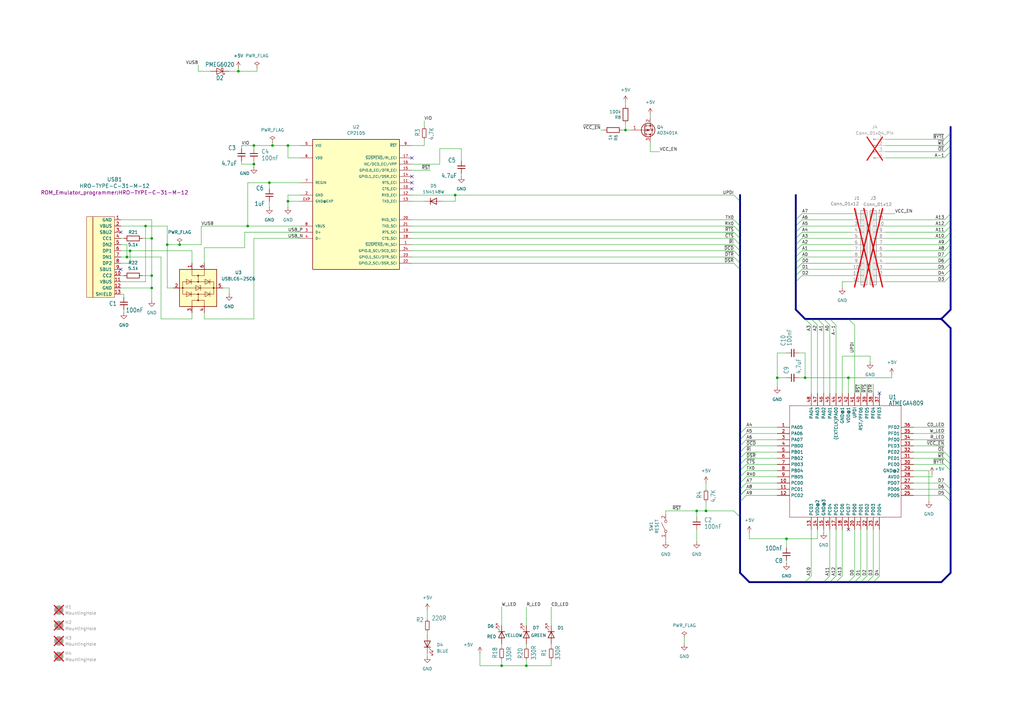
<source format=kicad_sch>
(kicad_sch
	(version 20231120)
	(generator "eeschema")
	(generator_version "8.0")
	(uuid "28fa76d1-9281-4306-81d2-b9e710546d0c")
	(paper "A3")
	(title_block
		(title "ROM Emulator Programmer")
		(date "2024-10-07")
		(rev "0.01")
		(company "Peter & Per")
	)
	
	(junction
		(at 104.14 59.69)
		(diameter 0)
		(color 0 0 0 0)
		(uuid "0b5385ce-6d7b-4b55-aaeb-6bd448fa51f2")
	)
	(junction
		(at 53.34 102.87)
		(diameter 0)
		(color 0 0 0 0)
		(uuid "25fe08f4-9f66-4d53-a6a3-90a9a5f73936")
	)
	(junction
		(at 347.98 154.94)
		(diameter 0)
		(color 0 0 0 0)
		(uuid "29f471a5-1166-4216-b043-a68044debdba")
	)
	(junction
		(at 285.75 209.55)
		(diameter 0)
		(color 0 0 0 0)
		(uuid "40202182-4f8b-489c-bf19-179a3d99c14c")
	)
	(junction
		(at 215.9 273.05)
		(diameter 0)
		(color 0 0 0 0)
		(uuid "4496bae3-e2ae-48be-8757-c1df244190cc")
	)
	(junction
		(at 118.11 82.55)
		(diameter 0)
		(color 0 0 0 0)
		(uuid "44acbb03-bc4b-41fe-921c-a3df5645d50f")
	)
	(junction
		(at 62.23 113.03)
		(diameter 0)
		(color 0 0 0 0)
		(uuid "49566c78-2e93-4a70-87a7-beae877b2725")
	)
	(junction
		(at 73.66 100.33)
		(diameter 0)
		(color 0 0 0 0)
		(uuid "52aa08b5-ad6f-410c-b3b8-45e39b58c6f8")
	)
	(junction
		(at 62.23 97.79)
		(diameter 0)
		(color 0 0 0 0)
		(uuid "53f90da0-9f08-4abf-bee0-42b3eed651d0")
	)
	(junction
		(at 318.77 154.94)
		(diameter 0)
		(color 0 0 0 0)
		(uuid "5772eb95-057a-49a6-b3fc-f8593202da99")
	)
	(junction
		(at 68.58 100.33)
		(diameter 0)
		(color 0 0 0 0)
		(uuid "5b204ae1-18cb-48a1-8bfc-83bbb69cd4d6")
	)
	(junction
		(at 111.76 59.69)
		(diameter 0)
		(color 0 0 0 0)
		(uuid "6089b4db-b748-4a98-bba0-7baf4fa846ea")
	)
	(junction
		(at 330.2 154.94)
		(diameter 0)
		(color 0 0 0 0)
		(uuid "628920db-d769-4d82-a99e-f8adb116e895")
	)
	(junction
		(at 62.23 118.11)
		(diameter 0)
		(color 0 0 0 0)
		(uuid "83226750-bbd5-4926-bda5-792bd20ce125")
	)
	(junction
		(at 322.58 220.98)
		(diameter 0)
		(color 0 0 0 0)
		(uuid "84f033be-32bb-45a0-9234-97ebb0e46b3b")
	)
	(junction
		(at 289.56 209.55)
		(diameter 0)
		(color 0 0 0 0)
		(uuid "91d43dd0-c31b-46ea-9ed7-629a15b71800")
	)
	(junction
		(at 386.08 130.81)
		(diameter 0)
		(color 0 0 0 0)
		(uuid "9410afe5-3f02-4941-bdbd-949a040e381b")
	)
	(junction
		(at 59.69 92.71)
		(diameter 0)
		(color 0 0 0 0)
		(uuid "95f4ad0f-cbf7-4f0b-853d-1e746aca63b5")
	)
	(junction
		(at 205.74 273.05)
		(diameter 0)
		(color 0 0 0 0)
		(uuid "9db3b82e-e985-4496-95e4-f3e725665b57")
	)
	(junction
		(at 186.69 80.01)
		(diameter 0)
		(color 0 0 0 0)
		(uuid "a97b8538-8868-4c67-87dc-9c75a17457dd")
	)
	(junction
		(at 110.49 74.93)
		(diameter 0)
		(color 0 0 0 0)
		(uuid "af5c349c-66b5-43b0-a637-fea17f1e5d60")
	)
	(junction
		(at 101.6 92.71)
		(diameter 0)
		(color 0 0 0 0)
		(uuid "b38c8910-4c02-41f0-9567-6d3b980b688e")
	)
	(junction
		(at 118.11 59.69)
		(diameter 0)
		(color 0 0 0 0)
		(uuid "d1c33426-9b4a-480f-9814-693db41836a2")
	)
	(junction
		(at 104.14 67.31)
		(diameter 0)
		(color 0 0 0 0)
		(uuid "d1d8163b-99fe-424b-92b5-80e4223e279b")
	)
	(junction
		(at 52.07 105.41)
		(diameter 0)
		(color 0 0 0 0)
		(uuid "de18eed2-d3aa-482d-a7b7-d338c262e634")
	)
	(junction
		(at 97.79 29.21)
		(diameter 0)
		(color 0 0 0 0)
		(uuid "e4e4fe5a-3b98-499f-84a0-64c80cf04e96")
	)
	(junction
		(at 256.54 53.34)
		(diameter 0)
		(color 0 0 0 0)
		(uuid "f21ae05e-3001-43fa-b13c-5e5b5e370dd5")
	)
	(no_connect
		(at 168.91 64.77)
		(uuid "090c0de3-97af-4e8e-bfe6-69367e37f199")
	)
	(no_connect
		(at 168.91 74.93)
		(uuid "12832370-4dac-4ce6-8f2c-df6c1ea3d5ae")
	)
	(no_connect
		(at 49.53 110.49)
		(uuid "327264a2-1cde-4c2c-b205-7c14a5dbbf5c")
	)
	(no_connect
		(at 347.98 217.17)
		(uuid "33e031f8-b2bf-43a8-b45b-02363745e06c")
	)
	(no_connect
		(at 360.68 161.29)
		(uuid "5fbbfa6c-c786-43cd-9118-9a1148b6cd4a")
	)
	(no_connect
		(at 168.91 77.47)
		(uuid "8efa0d27-6872-43fc-8392-0c22425b8e3c")
	)
	(no_connect
		(at 168.91 72.39)
		(uuid "d0388342-f54d-4480-acf7-ab6137699ac5")
	)
	(no_connect
		(at 49.53 95.25)
		(uuid "e958ab6e-b7bc-41aa-8552-74f8a03fb1a1")
	)
	(bus_entry
		(at 328.93 113.03)
		(size -2.54 2.54)
		(stroke
			(width 0)
			(type default)
		)
		(uuid "0aa1af16-689c-411d-94ed-9d2f18765aea")
	)
	(bus_entry
		(at 387.35 59.69)
		(size 2.54 -2.54)
		(stroke
			(width 0)
			(type default)
		)
		(uuid "16a685a5-abe1-429b-a85b-7fb5aeb91a98")
	)
	(bus_entry
		(at 328.93 87.63)
		(size -2.54 2.54)
		(stroke
			(width 0)
			(type default)
		)
		(uuid "16fb4579-8076-4569-a889-c74fb0a44e57")
	)
	(bus_entry
		(at 387.35 102.87)
		(size 2.54 -2.54)
		(stroke
			(width 0)
			(type default)
		)
		(uuid "17afc67b-cb84-41c7-a0d3-859bf042dd44")
	)
	(bus_entry
		(at 360.68 236.22)
		(size -2.54 2.54)
		(stroke
			(width 0)
			(type default)
		)
		(uuid "1910cc65-d552-4ede-8a47-7bb05d228f88")
	)
	(bus_entry
		(at 387.35 92.71)
		(size 2.54 -2.54)
		(stroke
			(width 0)
			(type default)
		)
		(uuid "1be8e402-e8e0-462a-9c1d-8b35ca998292")
	)
	(bus_entry
		(at 306.07 185.42)
		(size -2.54 2.54)
		(stroke
			(width 0)
			(type default)
		)
		(uuid "1c3fbe6f-ce20-4496-b063-95809e974a7d")
	)
	(bus_entry
		(at 387.35 107.95)
		(size 2.54 -2.54)
		(stroke
			(width 0)
			(type default)
		)
		(uuid "20bfcef1-00cc-4234-972e-37a3aca6546c")
	)
	(bus_entry
		(at 342.9 236.22)
		(size -2.54 2.54)
		(stroke
			(width 0)
			(type default)
		)
		(uuid "232552e6-d3ce-4323-9878-9d0a815a4fb0")
	)
	(bus_entry
		(at 387.35 95.25)
		(size 2.54 -2.54)
		(stroke
			(width 0)
			(type default)
		)
		(uuid "2485caa4-edea-47d3-8564-cee6ac5cd45e")
	)
	(bus_entry
		(at 328.93 97.79)
		(size -2.54 2.54)
		(stroke
			(width 0)
			(type default)
		)
		(uuid "25026f63-23a1-4fdd-9ba1-d57454297aad")
	)
	(bus_entry
		(at 306.07 200.66)
		(size -2.54 2.54)
		(stroke
			(width 0)
			(type default)
		)
		(uuid "25935f77-39bc-4b3c-a923-1df4383556b3")
	)
	(bus_entry
		(at 306.07 177.8)
		(size -2.54 2.54)
		(stroke
			(width 0)
			(type default)
		)
		(uuid "25ab4834-eba0-46db-85de-b05220deb2bd")
	)
	(bus_entry
		(at 342.9 133.35)
		(size -2.54 -2.54)
		(stroke
			(width 0)
			(type default)
		)
		(uuid "28dc474f-e6e9-4bfe-aaa4-5cf8802ba712")
	)
	(bus_entry
		(at 387.35 200.66)
		(size 2.54 2.54)
		(stroke
			(width 0)
			(type default)
		)
		(uuid "2c1f6dc9-e875-485a-8268-d7844c713a09")
	)
	(bus_entry
		(at 328.93 100.33)
		(size -2.54 2.54)
		(stroke
			(width 0)
			(type default)
		)
		(uuid "2efdf071-883b-4862-b301-80ffe5be0ca0")
	)
	(bus_entry
		(at 387.35 57.15)
		(size 2.54 -2.54)
		(stroke
			(width 0)
			(type default)
		)
		(uuid "2f3f09fe-9c8f-4565-89a0-4fda67bdfe1e")
	)
	(bus_entry
		(at 387.35 110.49)
		(size 2.54 -2.54)
		(stroke
			(width 0)
			(type default)
		)
		(uuid "306f09d3-c117-4330-9407-5c4d49ce0b53")
	)
	(bus_entry
		(at 337.82 133.35)
		(size -2.54 -2.54)
		(stroke
			(width 0)
			(type default)
		)
		(uuid "33649431-c1c8-43cd-9acd-2c9a7d3321e8")
	)
	(bus_entry
		(at 387.35 97.79)
		(size 2.54 -2.54)
		(stroke
			(width 0)
			(type default)
		)
		(uuid "35824b65-6ec4-46e2-b5c4-eac478b69c2b")
	)
	(bus_entry
		(at 300.99 105.41)
		(size 2.54 2.54)
		(stroke
			(width 0)
			(type default)
		)
		(uuid "41561966-8ce9-4c7a-a28a-d6e52c61b8ce")
	)
	(bus_entry
		(at 300.99 100.33)
		(size 2.54 2.54)
		(stroke
			(width 0)
			(type default)
		)
		(uuid "4156a1e4-6ae9-411f-b3d8-d905c130f96f")
	)
	(bus_entry
		(at 306.07 187.96)
		(size -2.54 2.54)
		(stroke
			(width 0)
			(type default)
		)
		(uuid "4c46db71-2e10-4a72-a085-5d498e5d9b46")
	)
	(bus_entry
		(at 387.35 64.77)
		(size 2.54 -2.54)
		(stroke
			(width 0)
			(type default)
		)
		(uuid "4c7cc51e-3724-449d-adbb-3ea092cbc57e")
	)
	(bus_entry
		(at 355.6 236.22)
		(size -2.54 2.54)
		(stroke
			(width 0)
			(type default)
		)
		(uuid "5015131d-c2ac-424e-a78c-0a05714f6fac")
	)
	(bus_entry
		(at 328.93 90.17)
		(size -2.54 2.54)
		(stroke
			(width 0)
			(type default)
		)
		(uuid "51bbb9fa-f4ea-4874-a7d9-4741da0d4ce4")
	)
	(bus_entry
		(at 306.07 190.5)
		(size -2.54 2.54)
		(stroke
			(width 0)
			(type default)
		)
		(uuid "52937965-f49c-46fc-9cc9-fc7cc3e135ff")
	)
	(bus_entry
		(at 300.99 97.79)
		(size 2.54 2.54)
		(stroke
			(width 0)
			(type default)
		)
		(uuid "558d7629-867b-469a-a58d-ad7b8bd48af8")
	)
	(bus_entry
		(at 328.93 102.87)
		(size -2.54 2.54)
		(stroke
			(width 0)
			(type default)
		)
		(uuid "57919088-5913-4eda-b3f9-047a2b97203c")
	)
	(bus_entry
		(at 358.14 236.22)
		(size -2.54 2.54)
		(stroke
			(width 0)
			(type default)
		)
		(uuid "58c68571-7bb1-4e02-969f-0f375d588f18")
	)
	(bus_entry
		(at 306.07 198.12)
		(size -2.54 2.54)
		(stroke
			(width 0)
			(type default)
		)
		(uuid "5d39ca08-1f9e-4a7f-b076-da956f2d39f8")
	)
	(bus_entry
		(at 300.99 90.17)
		(size 2.54 2.54)
		(stroke
			(width 0)
			(type default)
		)
		(uuid "668eecfb-898e-4f3f-9125-ea0e2700ea44")
	)
	(bus_entry
		(at 306.07 180.34)
		(size -2.54 2.54)
		(stroke
			(width 0)
			(type default)
		)
		(uuid "66fa855d-9aab-4934-a28c-54da3fba9912")
	)
	(bus_entry
		(at 387.35 62.23)
		(size 2.54 -2.54)
		(stroke
			(width 0)
			(type default)
		)
		(uuid "69305812-d088-44f4-85c7-a578cdaed436")
	)
	(bus_entry
		(at 387.35 185.42)
		(size 2.54 2.54)
		(stroke
			(width 0)
			(type default)
		)
		(uuid "71ae20e8-c87e-4827-916b-ba5efd75b6be")
	)
	(bus_entry
		(at 387.35 100.33)
		(size 2.54 -2.54)
		(stroke
			(width 0)
			(type default)
		)
		(uuid "7224c973-9db9-4da6-acd6-6fbf779b56fb")
	)
	(bus_entry
		(at 332.74 236.22)
		(size -2.54 2.54)
		(stroke
			(width 0)
			(type default)
		)
		(uuid "7579ff0e-c314-44ab-a8a0-47817b1c8abb")
	)
	(bus_entry
		(at 306.07 193.04)
		(size -2.54 2.54)
		(stroke
			(width 0)
			(type default)
		)
		(uuid "7c422821-4b95-406d-916e-9666fd8aa869")
	)
	(bus_entry
		(at 300.99 80.01)
		(size 2.54 2.54)
		(stroke
			(width 0)
			(type default)
		)
		(uuid "7c9b0bd5-fae6-4cfe-a80f-1c525793abb9")
	)
	(bus_entry
		(at 387.35 113.03)
		(size 2.54 -2.54)
		(stroke
			(width 0)
			(type default)
		)
		(uuid "7f71c6f6-fc39-480a-870c-642f356424fe")
	)
	(bus_entry
		(at 328.93 92.71)
		(size -2.54 2.54)
		(stroke
			(width 0)
			(type default)
		)
		(uuid "7fb0f4c9-65d2-4a8f-a048-ee7a67f238b2")
	)
	(bus_entry
		(at 306.07 200.66)
		(size -2.54 2.54)
		(stroke
			(width 0)
			(type default)
		)
		(uuid "842ecb31-5cfe-4144-8683-3c6d1331ff77")
	)
	(bus_entry
		(at 387.35 90.17)
		(size 2.54 -2.54)
		(stroke
			(width 0)
			(type default)
		)
		(uuid "85859c3c-9ec5-4020-b4b2-424ee21c7f31")
	)
	(bus_entry
		(at 328.93 95.25)
		(size -2.54 2.54)
		(stroke
			(width 0)
			(type default)
		)
		(uuid "866292a7-49b7-4edc-a078-0b67d6d4ae4c")
	)
	(bus_entry
		(at 340.36 236.22)
		(size -2.54 2.54)
		(stroke
			(width 0)
			(type default)
		)
		(uuid "8790097f-ce2c-4cee-974d-6aba0753c60f")
	)
	(bus_entry
		(at 387.35 105.41)
		(size 2.54 -2.54)
		(stroke
			(width 0)
			(type default)
		)
		(uuid "92d378de-bc20-41a0-a9b1-dc67fc4b1c50")
	)
	(bus_entry
		(at 306.07 203.2)
		(size -2.54 2.54)
		(stroke
			(width 0)
			(type default)
		)
		(uuid "9e30d67c-3181-421c-aea0-c2f47e295343")
	)
	(bus_entry
		(at 387.35 198.12)
		(size 2.54 2.54)
		(stroke
			(width 0)
			(type default)
		)
		(uuid "a09ab4d8-6519-4e2b-a8eb-bd4d95fb7897")
	)
	(bus_entry
		(at 306.07 195.58)
		(size -2.54 2.54)
		(stroke
			(width 0)
			(type default)
		)
		(uuid "a146ad34-41ff-4206-a19d-0be39c0cd6ab")
	)
	(bus_entry
		(at 387.35 187.96)
		(size 2.54 2.54)
		(stroke
			(width 0)
			(type default)
		)
		(uuid "a3a8ab07-58fb-49b6-8265-0000d373c0f4")
	)
	(bus_entry
		(at 328.93 107.95)
		(size -2.54 2.54)
		(stroke
			(width 0)
			(type default)
		)
		(uuid "ae2c274e-1b19-43dc-ba01-7842f12c853c")
	)
	(bus_entry
		(at 345.44 236.22)
		(size -2.54 2.54)
		(stroke
			(width 0)
			(type default)
		)
		(uuid "ae907c98-f150-4cfe-8683-866f547cddc3")
	)
	(bus_entry
		(at 328.93 105.41)
		(size -2.54 2.54)
		(stroke
			(width 0)
			(type default)
		)
		(uuid "aec6c226-2370-48f5-a6b8-7c050a1b034a")
	)
	(bus_entry
		(at 387.35 115.57)
		(size 2.54 -2.54)
		(stroke
			(width 0)
			(type default)
		)
		(uuid "b52cd8fb-a4e1-485e-8296-2595c0d87705")
	)
	(bus_entry
		(at 300.99 102.87)
		(size 2.54 2.54)
		(stroke
			(width 0)
			(type default)
		)
		(uuid "b53122d2-eec9-44fe-8e5a-40a0f193d651")
	)
	(bus_entry
		(at 300.99 95.25)
		(size 2.54 2.54)
		(stroke
			(width 0)
			(type default)
		)
		(uuid "b648e4ff-6e3d-45f7-8e9a-0c189b6194fb")
	)
	(bus_entry
		(at 340.36 133.35)
		(size -2.54 -2.54)
		(stroke
			(width 0)
			(type default)
		)
		(uuid "b71aef7b-0325-4713-b6e1-27f4aba133ac")
	)
	(bus_entry
		(at 328.93 110.49)
		(size -2.54 2.54)
		(stroke
			(width 0)
			(type default)
		)
		(uuid "b943ddf4-d7e8-49fe-a5a8-27433629e951")
	)
	(bus_entry
		(at 300.99 107.95)
		(size 2.54 2.54)
		(stroke
			(width 0)
			(type default)
		)
		(uuid "b96dd574-2a3c-41fa-b03c-30393e032c33")
	)
	(bus_entry
		(at 300.99 209.55)
		(size 2.54 2.54)
		(stroke
			(width 0)
			(type default)
		)
		(uuid "bd83e3c9-e2a7-47a7-abc0-eefb902aac33")
	)
	(bus_entry
		(at 332.74 133.35)
		(size -2.54 -2.54)
		(stroke
			(width 0)
			(type default)
		)
		(uuid "be8ad4d9-f125-45ee-84c7-8700267dc8d3")
	)
	(bus_entry
		(at 300.99 92.71)
		(size 2.54 2.54)
		(stroke
			(width 0)
			(type default)
		)
		(uuid "bea0c759-31a1-4d60-a9af-0439140837d9")
	)
	(bus_entry
		(at 387.35 190.5)
		(size 2.54 2.54)
		(stroke
			(width 0)
			(type default)
		)
		(uuid "c51268ad-6885-4322-8e4d-c67d857e3d23")
	)
	(bus_entry
		(at 353.06 236.22)
		(size -2.54 2.54)
		(stroke
			(width 0)
			(type default)
		)
		(uuid "cf1061d4-aedb-44b3-afee-d2e2aef0f8d9")
	)
	(bus_entry
		(at 306.07 182.88)
		(size -2.54 2.54)
		(stroke
			(width 0)
			(type default)
		)
		(uuid "e3849443-c14b-42b0-8661-ae5416d57985")
	)
	(bus_entry
		(at 306.07 175.26)
		(size -2.54 2.54)
		(stroke
			(width 0)
			(type default)
		)
		(uuid "e3aec4cb-12fc-4eec-864a-0cb00c18c397")
	)
	(bus_entry
		(at 387.35 203.2)
		(size 2.54 2.54)
		(stroke
			(width 0)
			(type default)
		)
		(uuid "e9354dbe-5ab2-445d-afa8-6c25f014f2ea")
	)
	(bus_entry
		(at 335.28 133.35)
		(size -2.54 -2.54)
		(stroke
			(width 0)
			(type default)
		)
		(uuid "eb4e5123-fe35-45e0-a9e4-095e9ee5ea6b")
	)
	(bus_entry
		(at 350.52 236.22)
		(size -2.54 2.54)
		(stroke
			(width 0)
			(type default)
		)
		(uuid "ef562df2-da45-448a-b1c9-9e75f319a6fb")
	)
	(bus_entry
		(at 350.52 133.35)
		(size -2.54 -2.54)
		(stroke
			(width 0)
			(type default)
		)
		(uuid "f94ee951-5821-4e10-8d0b-78426479034e")
	)
	(bus
		(pts
			(xy 389.89 102.87) (xy 389.89 105.41)
		)
		(stroke
			(width 0.762)
			(type solid)
		)
		(uuid "009e38fb-06d8-4f52-a649-342a66806d07")
	)
	(wire
		(pts
			(xy 347.98 154.94) (xy 365.76 154.94)
		)
		(stroke
			(width 0.1524)
			(type solid)
		)
		(uuid "013a424d-0c63-410d-a030-e123de418a7b")
	)
	(wire
		(pts
			(xy 62.23 97.79) (xy 62.23 113.03)
		)
		(stroke
			(width 0)
			(type default)
		)
		(uuid "015919bb-bf9a-4193-8487-a1d36051865d")
	)
	(wire
		(pts
			(xy 205.74 264.16) (xy 205.74 265.43)
		)
		(stroke
			(width 0)
			(type default)
		)
		(uuid "019ac63c-afae-46e9-bd5b-ec9a0adbeb52")
	)
	(wire
		(pts
			(xy 118.11 80.01) (xy 123.19 80.01)
		)
		(stroke
			(width 0)
			(type default)
		)
		(uuid "02d65cb0-0e69-4a07-b93e-d030d43779a5")
	)
	(wire
		(pts
			(xy 168.91 102.87) (xy 300.99 102.87)
		)
		(stroke
			(width 0)
			(type default)
		)
		(uuid "02e5e938-27fe-4ee3-bf7f-0effc7bb3ed4")
	)
	(wire
		(pts
			(xy 256.54 53.34) (xy 259.08 53.34)
		)
		(stroke
			(width 0)
			(type default)
		)
		(uuid "0381a88b-5251-4399-bd12-fa44317dd30d")
	)
	(wire
		(pts
			(xy 374.65 193.04) (xy 381 193.04)
		)
		(stroke
			(width 0)
			(type default)
		)
		(uuid "042e4ed2-7259-4e1d-bf91-590c01946f4d")
	)
	(bus
		(pts
			(xy 326.39 92.71) (xy 326.39 90.17)
		)
		(stroke
			(width 0.762)
			(type solid)
		)
		(uuid "0509aad3-98e1-46b0-b088-0edb29aa5c30")
	)
	(bus
		(pts
			(xy 303.53 190.5) (xy 303.53 193.04)
		)
		(stroke
			(width 0.762)
			(type solid)
		)
		(uuid "060f7903-b599-4c80-b0f7-bdff8b1c5c0e")
	)
	(bus
		(pts
			(xy 389.89 110.49) (xy 389.89 113.03)
		)
		(stroke
			(width 0.762)
			(type solid)
		)
		(uuid "0752531a-d6a4-4814-85e2-02e48ec0dbe8")
	)
	(wire
		(pts
			(xy 349.25 105.41) (xy 328.93 105.41)
		)
		(stroke
			(width 0)
			(type default)
		)
		(uuid "08393765-15ca-4832-89b7-61d85d407e61")
	)
	(wire
		(pts
			(xy 318.77 158.75) (xy 318.77 154.94)
		)
		(stroke
			(width 0)
			(type default)
		)
		(uuid "09c3e1ac-4617-482c-9e3c-dd2907fcde2d")
	)
	(wire
		(pts
			(xy 66.04 105.41) (xy 66.04 130.81)
		)
		(stroke
			(width 0)
			(type default)
		)
		(uuid "0a049206-63c3-45b7-81ea-36e71c351f4c")
	)
	(bus
		(pts
			(xy 303.53 193.04) (xy 303.53 195.58)
		)
		(stroke
			(width 0.762)
			(type solid)
		)
		(uuid "0ccce800-0a2f-4e70-8493-346e3a264df8")
	)
	(wire
		(pts
			(xy 118.11 64.77) (xy 123.19 64.77)
		)
		(stroke
			(width 0)
			(type default)
		)
		(uuid "0d7c5090-992e-49c1-a8ae-8b1184974944")
	)
	(wire
		(pts
			(xy 363.22 87.63) (xy 367.03 87.63)
		)
		(stroke
			(width 0)
			(type default)
		)
		(uuid "0e2acd85-a123-41b7-93c4-ab43a356d450")
	)
	(wire
		(pts
			(xy 349.25 100.33) (xy 328.93 100.33)
		)
		(stroke
			(width 0)
			(type default)
		)
		(uuid "0ebfff8f-895d-414b-8952-e54f5e5af4a5")
	)
	(wire
		(pts
			(xy 111.76 58.42) (xy 111.76 59.69)
		)
		(stroke
			(width 0)
			(type default)
		)
		(uuid "104ed818-a58a-4426-973c-f6985944d838")
	)
	(wire
		(pts
			(xy 327.66 154.94) (xy 330.2 154.94)
		)
		(stroke
			(width 0.1524)
			(type solid)
		)
		(uuid "11212c01-7978-4656-a750-69f7b1e63e9f")
	)
	(bus
		(pts
			(xy 389.89 113.03) (xy 389.89 127)
		)
		(stroke
			(width 0.762)
			(type solid)
		)
		(uuid "1177ab42-a473-4fd1-9ba0-7f73b4985297")
	)
	(wire
		(pts
			(xy 186.69 80.01) (xy 300.99 80.01)
		)
		(stroke
			(width 0)
			(type default)
		)
		(uuid "11a0e260-3203-4065-9e9c-7bc37bdd6ac9")
	)
	(wire
		(pts
			(xy 168.91 97.79) (xy 300.99 97.79)
		)
		(stroke
			(width 0)
			(type default)
		)
		(uuid "126eff1f-19f5-4602-80e8-8266daf4f87e")
	)
	(wire
		(pts
			(xy 349.25 90.17) (xy 328.93 90.17)
		)
		(stroke
			(width 0)
			(type default)
		)
		(uuid "12c7cffc-e85d-4800-9f6d-b94edff32052")
	)
	(bus
		(pts
			(xy 342.9 238.76) (xy 347.98 238.76)
		)
		(stroke
			(width 0.762)
			(type solid)
		)
		(uuid "1300f3ec-1477-4228-9d48-992c9e0a6f65")
	)
	(bus
		(pts
			(xy 350.52 238.76) (xy 353.06 238.76)
		)
		(stroke
			(width 0.762)
			(type solid)
		)
		(uuid "16235157-2cf7-4cf5-b472-e5bef53e0c1b")
	)
	(bus
		(pts
			(xy 353.06 238.76) (xy 355.6 238.76)
		)
		(stroke
			(width 0.762)
			(type solid)
		)
		(uuid "1744e8ae-2f53-4a25-b5a2-90744d83b232")
	)
	(bus
		(pts
			(xy 389.89 97.79) (xy 389.89 100.33)
		)
		(stroke
			(width 0.762)
			(type solid)
		)
		(uuid "1756d4fc-8430-4535-8587-3ddbfc109c60")
	)
	(bus
		(pts
			(xy 326.39 105.41) (xy 326.39 102.87)
		)
		(stroke
			(width 0.762)
			(type solid)
		)
		(uuid "18ad8ee6-dda0-42f9-9290-c2e84f19e80d")
	)
	(wire
		(pts
			(xy 50.8 120.65) (xy 50.8 121.92)
		)
		(stroke
			(width 0)
			(type default)
		)
		(uuid "19dc7b7f-6577-468e-a23e-44c9c4f02c8a")
	)
	(bus
		(pts
			(xy 303.53 100.33) (xy 303.53 102.87)
		)
		(stroke
			(width 0.762)
			(type solid)
		)
		(uuid "1a9cf1bb-7c40-4a46-a332-42c11e8ad0e6")
	)
	(wire
		(pts
			(xy 180.34 60.96) (xy 189.23 60.96)
		)
		(stroke
			(width 0)
			(type default)
		)
		(uuid "1b16373d-4310-4f09-81f7-3988d2303fcb")
	)
	(wire
		(pts
			(xy 196.85 267.97) (xy 196.85 273.05)
		)
		(stroke
			(width 0)
			(type default)
		)
		(uuid "1b9f7f01-7362-440f-b836-47170616eaf5")
	)
	(wire
		(pts
			(xy 318.77 187.96) (xy 306.07 187.96)
		)
		(stroke
			(width 0.1524)
			(type solid)
		)
		(uuid "1ce66a5d-c3ef-4e46-a69c-19befb9b09d5")
	)
	(wire
		(pts
			(xy 50.8 127) (xy 50.8 128.27)
		)
		(stroke
			(width 0)
			(type default)
		)
		(uuid "1e4fc8f8-f593-4a29-b4cd-70d9837add59")
	)
	(wire
		(pts
			(xy 318.77 195.58) (xy 306.07 195.58)
		)
		(stroke
			(width 0.1524)
			(type solid)
		)
		(uuid "1eab1aa2-e84d-4cc1-b606-b47612e8b88b")
	)
	(wire
		(pts
			(xy 318.77 154.94) (xy 322.58 154.94)
		)
		(stroke
			(width 0)
			(type default)
		)
		(uuid "1eb334ba-07be-46cf-91b9-6057a111fdcb")
	)
	(wire
		(pts
			(xy 62.23 113.03) (xy 62.23 118.11)
		)
		(stroke
			(width 0)
			(type default)
		)
		(uuid "1ec0a4bb-c245-46b2-b58d-26cdaf073780")
	)
	(wire
		(pts
			(xy 374.65 175.26) (xy 387.35 175.26)
		)
		(stroke
			(width 0)
			(type default)
		)
		(uuid "1ef0529d-7bf0-43a1-83c1-ee2096199477")
	)
	(wire
		(pts
			(xy 349.25 92.71) (xy 328.93 92.71)
		)
		(stroke
			(width 0)
			(type default)
		)
		(uuid "2018ab69-1b58-4b1c-be6d-630c9493131b")
	)
	(wire
		(pts
			(xy 340.36 161.29) (xy 340.36 133.35)
		)
		(stroke
			(width 0.1524)
			(type solid)
		)
		(uuid "20fb9ccb-4ef5-469b-88ab-fd2d1ed94c7e")
	)
	(wire
		(pts
			(xy 273.05 220.98) (xy 273.05 222.25)
		)
		(stroke
			(width 0)
			(type default)
		)
		(uuid "214a7ee8-8efd-4ad8-a40a-91e79ad8be86")
	)
	(wire
		(pts
			(xy 363.22 92.71) (xy 387.35 92.71)
		)
		(stroke
			(width 0)
			(type default)
		)
		(uuid "21d72ae5-41c2-4531-8ed7-777e28225e5c")
	)
	(wire
		(pts
			(xy 111.76 59.69) (xy 118.11 59.69)
		)
		(stroke
			(width 0)
			(type default)
		)
		(uuid "2258a772-d79e-4979-9604-3f6daa239910")
	)
	(wire
		(pts
			(xy 53.34 102.87) (xy 78.74 102.87)
		)
		(stroke
			(width 0)
			(type default)
		)
		(uuid "22be691a-d2f7-4b76-82b7-b3454c5f6574")
	)
	(wire
		(pts
			(xy 62.23 118.11) (xy 62.23 123.19)
		)
		(stroke
			(width 0)
			(type default)
		)
		(uuid "2300fff3-6ac5-49f7-85d8-0262eb9d8349")
	)
	(bus
		(pts
			(xy 303.53 200.66) (xy 303.53 198.12)
		)
		(stroke
			(width 0.762)
			(type solid)
		)
		(uuid "2378be87-b70d-48b9-9032-240b9e5821df")
	)
	(wire
		(pts
			(xy 273.05 209.55) (xy 285.75 209.55)
		)
		(stroke
			(width 0.1524)
			(type solid)
		)
		(uuid "23ae37f7-0064-4193-ab8e-d6a22a1e843d")
	)
	(bus
		(pts
			(xy 326.39 107.95) (xy 326.39 105.41)
		)
		(stroke
			(width 0.762)
			(type solid)
		)
		(uuid "23b08d59-f152-479e-8bfd-78fe22932cfc")
	)
	(bus
		(pts
			(xy 389.89 62.23) (xy 389.89 87.63)
		)
		(stroke
			(width 0.762)
			(type solid)
		)
		(uuid "24dd2c5d-86f0-4ec5-b6e4-6ee4c7cab5bd")
	)
	(bus
		(pts
			(xy 307.34 238.76) (xy 303.53 234.95)
		)
		(stroke
			(width 0.762)
			(type solid)
		)
		(uuid "24f9edcc-32d4-4da1-92c1-6a803eab182c")
	)
	(wire
		(pts
			(xy 168.91 80.01) (xy 186.69 80.01)
		)
		(stroke
			(width 0)
			(type default)
		)
		(uuid "251570e9-261b-4a97-8ec1-de8152174fc7")
	)
	(wire
		(pts
			(xy 105.41 29.21) (xy 105.41 27.94)
		)
		(stroke
			(width 0)
			(type default)
		)
		(uuid "25e47d13-f83c-4b36-918e-de41ac914996")
	)
	(bus
		(pts
			(xy 303.53 203.2) (xy 303.53 205.74)
		)
		(stroke
			(width 0.762)
			(type solid)
		)
		(uuid "27755419-bda5-4635-9da3-d7b708346a7f")
	)
	(wire
		(pts
			(xy 83.82 101.6) (xy 100.33 101.6)
		)
		(stroke
			(width 0)
			(type default)
		)
		(uuid "2a3b960c-773a-41b4-b2d0-93e681f5f43b")
	)
	(bus
		(pts
			(xy 326.39 80.01) (xy 326.39 90.17)
		)
		(stroke
			(width 0.762)
			(type solid)
		)
		(uuid "2ba86e6b-d314-4e63-a775-66d93ff94e5a")
	)
	(wire
		(pts
			(xy 205.74 270.51) (xy 205.74 273.05)
		)
		(stroke
			(width 0.1524)
			(type solid)
		)
		(uuid "2bad68dc-297b-4555-85f6-d6361423eb7c")
	)
	(bus
		(pts
			(xy 303.53 107.95) (xy 303.53 110.49)
		)
		(stroke
			(width 0.762)
			(type solid)
		)
		(uuid "2cc63d86-c6c4-449b-8f56-235a189fb9cc")
	)
	(wire
		(pts
			(xy 318.77 144.78) (xy 322.58 144.78)
		)
		(stroke
			(width 0)
			(type default)
		)
		(uuid "2cfda724-8e8a-41e3-80f9-005fa80ad197")
	)
	(wire
		(pts
			(xy 49.53 92.71) (xy 59.69 92.71)
		)
		(stroke
			(width 0)
			(type default)
		)
		(uuid "2de501c6-8a0d-43ab-a625-7e56e9567fee")
	)
	(bus
		(pts
			(xy 358.14 238.76) (xy 386.08 238.76)
		)
		(stroke
			(width 0.762)
			(type solid)
		)
		(uuid "2e71ef3f-af3f-44df-8112-312e0ae37782")
	)
	(wire
		(pts
			(xy 363.22 115.57) (xy 387.35 115.57)
		)
		(stroke
			(width 0)
			(type default)
		)
		(uuid "2f04fef7-6359-4dee-97c3-872a2308cf02")
	)
	(bus
		(pts
			(xy 332.74 130.81) (xy 330.2 130.81)
		)
		(stroke
			(width 0.762)
			(type solid)
		)
		(uuid "2fd66dbb-d7f1-42f5-8a28-156223f96917")
	)
	(wire
		(pts
			(xy 118.11 85.09) (xy 118.11 82.55)
		)
		(stroke
			(width 0)
			(type default)
		)
		(uuid "30aa98d9-1505-4013-8b37-7de86a96b256")
	)
	(bus
		(pts
			(xy 389.89 234.95) (xy 389.89 205.74)
		)
		(stroke
			(width 0.762)
			(type solid)
		)
		(uuid "30b3fd97-8875-468e-8bbd-29b1e6ea0f41")
	)
	(wire
		(pts
			(xy 118.11 82.55) (xy 123.19 82.55)
		)
		(stroke
			(width 0)
			(type default)
		)
		(uuid "30cf7ec6-ffbb-4901-a6d5-6acf43df118b")
	)
	(wire
		(pts
			(xy 356.87 148.59) (xy 356.87 146.05)
		)
		(stroke
			(width 0)
			(type default)
		)
		(uuid "31868d51-0a97-4c33-95c5-57011daea4f7")
	)
	(wire
		(pts
			(xy 83.82 101.6) (xy 83.82 107.95)
		)
		(stroke
			(width 0)
			(type default)
		)
		(uuid "31ab0e6a-1775-47d6-94e6-3ae0481e6615")
	)
	(wire
		(pts
			(xy 289.56 198.12) (xy 289.56 200.66)
		)
		(stroke
			(width 0)
			(type default)
		)
		(uuid "33d513a6-20af-47f1-923c-fe81feee2e85")
	)
	(wire
		(pts
			(xy 58.42 97.79) (xy 62.23 97.79)
		)
		(stroke
			(width 0)
			(type default)
		)
		(uuid "34913f22-09d2-4c06-8649-234e8665a34d")
	)
	(wire
		(pts
			(xy 104.14 59.69) (xy 104.14 60.96)
		)
		(stroke
			(width 0)
			(type default)
		)
		(uuid "34da4228-f370-437c-b988-f24ea289f74e")
	)
	(bus
		(pts
			(xy 389.89 200.66) (xy 389.89 193.04)
		)
		(stroke
			(width 0.762)
			(type solid)
		)
		(uuid "35137d75-cbac-4a59-9a03-826fe702466c")
	)
	(wire
		(pts
			(xy 328.93 107.95) (xy 349.25 107.95)
		)
		(stroke
			(width 0)
			(type default)
		)
		(uuid "35ab9d8f-d203-46b2-bd98-94bb4d97c0ea")
	)
	(wire
		(pts
			(xy 289.56 209.55) (xy 300.99 209.55)
		)
		(stroke
			(width 0.1524)
			(type solid)
		)
		(uuid "3619a9af-b27a-444f-a2e8-996126967f4b")
	)
	(wire
		(pts
			(xy 101.6 74.93) (xy 110.49 74.93)
		)
		(stroke
			(width 0)
			(type default)
		)
		(uuid "3702beb1-ef23-46a7-a680-821301fc96df")
	)
	(wire
		(pts
			(xy 255.27 53.34) (xy 256.54 53.34)
		)
		(stroke
			(width 0)
			(type default)
		)
		(uuid "3766d906-4b6b-4091-b532-dc0a3179d153")
	)
	(wire
		(pts
			(xy 381 193.04) (xy 381 205.74)
		)
		(stroke
			(width 0)
			(type default)
		)
		(uuid "3a2078cc-5cd1-4839-9088-ea1d7e726567")
	)
	(wire
		(pts
			(xy 173.99 59.69) (xy 173.99 57.15)
		)
		(stroke
			(width 0)
			(type default)
		)
		(uuid "3ab48840-1b56-410a-b3a8-f5d9e1b7f2c1")
	)
	(wire
		(pts
			(xy 374.65 190.5) (xy 387.35 190.5)
		)
		(stroke
			(width 0.1524)
			(type solid)
		)
		(uuid "3c3163a8-fc90-476d-8cf5-87ef721a3cf0")
	)
	(bus
		(pts
			(xy 303.53 102.87) (xy 303.53 105.41)
		)
		(stroke
			(width 0.762)
			(type solid)
		)
		(uuid "3cb0a27a-a63e-484d-aaee-27adcbbfd4e7")
	)
	(wire
		(pts
			(xy 104.14 97.79) (xy 104.14 130.81)
		)
		(stroke
			(width 0)
			(type default)
		)
		(uuid "3cbab137-a3b3-4dbe-aaa0-38d4538b3189")
	)
	(wire
		(pts
			(xy 318.77 203.2) (xy 306.07 203.2)
		)
		(stroke
			(width 0.1524)
			(type solid)
		)
		(uuid "3dbe62f7-dc53-4a23-99be-34f981a57410")
	)
	(wire
		(pts
			(xy 335.28 161.29) (xy 335.28 133.35)
		)
		(stroke
			(width 0.1524)
			(type solid)
		)
		(uuid "3e5c746d-ae0b-4327-91f2-63f01bcda125")
	)
	(wire
		(pts
			(xy 62.23 90.17) (xy 62.23 97.79)
		)
		(stroke
			(width 0)
			(type default)
		)
		(uuid "3f0df521-bc5a-4081-878d-c025f03eae8c")
	)
	(wire
		(pts
			(xy 358.14 157.48) (xy 358.14 161.29)
		)
		(stroke
			(width 0)
			(type default)
		)
		(uuid "3f14d8c9-c36f-4dc1-9e5c-c60a2fe766f6")
	)
	(wire
		(pts
			(xy 68.58 118.11) (xy 71.12 118.11)
		)
		(stroke
			(width 0)
			(type default)
		)
		(uuid "4136adad-0df1-41ea-8427-d3cf20bc36f5")
	)
	(wire
		(pts
			(xy 180.34 67.31) (xy 180.34 60.96)
		)
		(stroke
			(width 0)
			(type default)
		)
		(uuid "42166841-96ae-498f-be56-407e15e3575d")
	)
	(bus
		(pts
			(xy 389.89 100.33) (xy 389.89 102.87)
		)
		(stroke
			(width 0.762)
			(type solid)
		)
		(uuid "42247e34-6ad4-4062-bbed-fdd54086d6ab")
	)
	(bus
		(pts
			(xy 303.53 92.71) (xy 303.53 95.25)
		)
		(stroke
			(width 0.762)
			(type solid)
		)
		(uuid "43d0b791-b282-4c31-a417-e3e02eb49c76")
	)
	(wire
		(pts
			(xy 49.53 107.95) (xy 53.34 107.95)
		)
		(stroke
			(width 0)
			(type default)
		)
		(uuid "44ad6771-8d72-4b7c-803a-c7dace71088c")
	)
	(bus
		(pts
			(xy 303.53 80.01) (xy 303.53 82.55)
		)
		(stroke
			(width 0.762)
			(type solid)
		)
		(uuid "45f4ee64-aa8f-4a5d-9f9a-7ea93e7450e4")
	)
	(bus
		(pts
			(xy 389.89 107.95) (xy 389.89 110.49)
		)
		(stroke
			(width 0.762)
			(type solid)
		)
		(uuid "45fd6200-c9e2-49c0-a7a1-3cdca12f2739")
	)
	(bus
		(pts
			(xy 347.98 130.81) (xy 386.08 130.81)
		)
		(stroke
			(width 0.762)
			(type solid)
		)
		(uuid "464bd627-43c9-442c-a223-b74092088466")
	)
	(bus
		(pts
			(xy 303.53 180.34) (xy 303.53 182.88)
		)
		(stroke
			(width 0.762)
			(type solid)
		)
		(uuid "470b40b4-a3d7-4423-a859-ec74ba19b40b")
	)
	(wire
		(pts
			(xy 53.34 102.87) (xy 53.34 107.95)
		)
		(stroke
			(width 0)
			(type default)
		)
		(uuid "48067404-e5ff-46dc-9842-fdc3924513f8")
	)
	(wire
		(pts
			(xy 342.9 217.17) (xy 342.9 236.22)
		)
		(stroke
			(width 0.1524)
			(type solid)
		)
		(uuid "4a2c3157-883d-4a67-b226-16efee8e353e")
	)
	(bus
		(pts
			(xy 326.39 115.57) (xy 326.39 127)
		)
		(stroke
			(width 0.762)
			(type solid)
		)
		(uuid "4b3510aa-ade1-49d9-861c-0a7c0789553c")
	)
	(wire
		(pts
			(xy 374.65 187.96) (xy 387.35 187.96)
		)
		(stroke
			(width 0.1524)
			(type solid)
		)
		(uuid "4b4afb1f-970c-47de-a1a9-4474a9510e6f")
	)
	(wire
		(pts
			(xy 363.22 102.87) (xy 387.35 102.87)
		)
		(stroke
			(width 0)
			(type default)
		)
		(uuid "4d267e40-3400-4eb2-9921-08f198317340")
	)
	(bus
		(pts
			(xy 389.89 59.69) (xy 389.89 62.23)
		)
		(stroke
			(width 0.762)
			(type solid)
		)
		(uuid "4d762587-4fc1-4bde-9a1e-66a9d7ad4cec")
	)
	(wire
		(pts
			(xy 363.22 90.17) (xy 387.35 90.17)
		)
		(stroke
			(width 0)
			(type default)
		)
		(uuid "4e6b6134-c8cd-41bd-ba11-37a526147be7")
	)
	(wire
		(pts
			(xy 285.75 209.55) (xy 285.75 212.09)
		)
		(stroke
			(width 0)
			(type default)
		)
		(uuid "4ec9c4aa-129c-4e05-9e14-4de6903cad1f")
	)
	(bus
		(pts
			(xy 326.39 100.33) (xy 326.39 97.79)
		)
		(stroke
			(width 0.762)
			(type solid)
		)
		(uuid "4f228194-5a2b-48ff-9b59-507ef2651be2")
	)
	(wire
		(pts
			(xy 332.74 217.17) (xy 332.74 236.22)
		)
		(stroke
			(width 0.1524)
			(type solid)
		)
		(uuid "4fbfd55d-3b5e-49b9-a992-26dccdb9952e")
	)
	(wire
		(pts
			(xy 99.06 59.69) (xy 104.14 59.69)
		)
		(stroke
			(width 0)
			(type default)
		)
		(uuid "5113a0c1-0139-4c6f-bfd2-cc9612e4b584")
	)
	(wire
		(pts
			(xy 349.25 95.25) (xy 328.93 95.25)
		)
		(stroke
			(width 0)
			(type default)
		)
		(uuid "51b46f20-4ddb-46ae-8a2e-07e95f68aeff")
	)
	(wire
		(pts
			(xy 328.93 110.49) (xy 349.25 110.49)
		)
		(stroke
			(width 0)
			(type default)
		)
		(uuid "51e01e5f-466f-4da0-a4b5-5e6a5e5fc490")
	)
	(wire
		(pts
			(xy 318.77 182.88) (xy 306.07 182.88)
		)
		(stroke
			(width 0.1524)
			(type solid)
		)
		(uuid "5261a23d-5a0e-4e2b-9356-49fb19d5bc50")
	)
	(wire
		(pts
			(xy 363.22 59.69) (xy 387.35 59.69)
		)
		(stroke
			(width 0)
			(type default)
		)
		(uuid "52838618-db94-4b7d-b295-fff73a5bc0d1")
	)
	(bus
		(pts
			(xy 389.89 205.74) (xy 389.89 203.2)
		)
		(stroke
			(width 0.762)
			(type solid)
		)
		(uuid "528c3144-fc25-42ca-8e9c-ceda5b5d2983")
	)
	(wire
		(pts
			(xy 104.14 66.04) (xy 104.14 67.31)
		)
		(stroke
			(width 0)
			(type default)
		)
		(uuid "56494087-44f2-4451-b383-e0bcf8abfa1b")
	)
	(wire
		(pts
			(xy 49.53 100.33) (xy 52.07 100.33)
		)
		(stroke
			(width 0)
			(type default)
		)
		(uuid "56f344a8-80de-4007-8ee4-c33d4635c21b")
	)
	(bus
		(pts
			(xy 389.89 57.15) (xy 389.89 59.69)
		)
		(stroke
			(width 0.762)
			(type solid)
		)
		(uuid "57260ec8-b263-44c1-95a3-744f625fc06f")
	)
	(wire
		(pts
			(xy 104.14 67.31) (xy 104.14 68.58)
		)
		(stroke
			(width 0)
			(type default)
		)
		(uuid "58826787-22a0-4c2d-97a7-8f698276e0cb")
	)
	(wire
		(pts
			(xy 110.49 74.93) (xy 123.19 74.93)
		)
		(stroke
			(width 0)
			(type default)
		)
		(uuid "595866ca-3714-4d9c-98c0-8cddaecd3d26")
	)
	(wire
		(pts
			(xy 340.36 217.17) (xy 340.36 236.22)
		)
		(stroke
			(width 0.1524)
			(type solid)
		)
		(uuid "5ac1cfb5-a2bd-48ef-9ae1-b0d6effde809")
	)
	(bus
		(pts
			(xy 326.39 113.03) (xy 326.39 110.49)
		)
		(stroke
			(width 0.762)
			(type solid)
		)
		(uuid "5b188661-b4fe-496b-ada1-893c199eff15")
	)
	(wire
		(pts
			(xy 322.58 220.98) (xy 335.28 220.98)
		)
		(stroke
			(width 0.1524)
			(type solid)
		)
		(uuid "5b5a79ff-c900-4361-bcd0-bf23c8938080")
	)
	(wire
		(pts
			(xy 168.91 105.41) (xy 300.99 105.41)
		)
		(stroke
			(width 0)
			(type default)
		)
		(uuid "5b691013-7388-4586-bbbe-5b2085a2a188")
	)
	(bus
		(pts
			(xy 389.89 87.63) (xy 389.89 90.17)
		)
		(stroke
			(width 0.762)
			(type solid)
		)
		(uuid "5be45dd0-da76-41f6-8c79-c2505a723a8f")
	)
	(wire
		(pts
			(xy 363.22 113.03) (xy 387.35 113.03)
		)
		(stroke
			(width 0)
			(type default)
		)
		(uuid "5c3024cb-eb1e-41d1-bf46-a830ef54c7f8")
	)
	(bus
		(pts
			(xy 340.36 130.81) (xy 337.82 130.81)
		)
		(stroke
			(width 0.762)
			(type solid)
		)
		(uuid "5cba037b-33ca-4908-932d-53bce53f791b")
	)
	(wire
		(pts
			(xy 349.25 87.63) (xy 328.93 87.63)
		)
		(stroke
			(width 0)
			(type default)
		)
		(uuid "5d59aab2-68ff-4e15-9519-503b3e1219b9")
	)
	(wire
		(pts
			(xy 318.77 180.34) (xy 306.07 180.34)
		)
		(stroke
			(width 0.1524)
			(type solid)
		)
		(uuid "5df90d54-219e-46b7-a5d7-867888e776e0")
	)
	(wire
		(pts
			(xy 318.77 144.78) (xy 318.77 154.94)
		)
		(stroke
			(width 0)
			(type default)
		)
		(uuid "5e55bd39-69e2-4fa7-a9e7-333519182a98")
	)
	(bus
		(pts
			(xy 303.53 203.2) (xy 303.53 200.66)
		)
		(stroke
			(width 0.762)
			(type solid)
		)
		(uuid "5e9e7b8c-131c-49a7-a946-29dc6102c83b")
	)
	(bus
		(pts
			(xy 386.08 238.76) (xy 389.89 234.95)
		)
		(stroke
			(width 0.762)
			(type solid)
		)
		(uuid "5ebb0baf-ab2d-4b2e-a2cd-37b7b746016f")
	)
	(wire
		(pts
			(xy 337.82 161.29) (xy 337.82 133.35)
		)
		(stroke
			(width 0.1524)
			(type solid)
		)
		(uuid "60eb3ac3-ee0e-4bfb-b68a-5c080af6e9df")
	)
	(wire
		(pts
			(xy 110.49 82.55) (xy 110.49 85.09)
		)
		(stroke
			(width 0)
			(type default)
		)
		(uuid "619f4fa7-2cad-4423-a99e-e198715af192")
	)
	(wire
		(pts
			(xy 355.6 157.48) (xy 355.6 161.29)
		)
		(stroke
			(width 0)
			(type default)
		)
		(uuid "6373c5fa-e316-49a4-808c-c11b86565eed")
	)
	(wire
		(pts
			(xy 173.99 49.53) (xy 173.99 52.07)
		)
		(stroke
			(width 0)
			(type default)
		)
		(uuid "63752415-7d30-471f-b90d-738d6465abab")
	)
	(wire
		(pts
			(xy 52.07 100.33) (xy 52.07 105.41)
		)
		(stroke
			(width 0)
			(type default)
		)
		(uuid "64bb6723-a406-4556-bd7f-fa97ffd78ac7")
	)
	(wire
		(pts
			(xy 332.74 133.35) (xy 332.74 161.29)
		)
		(stroke
			(width 0.1524)
			(type solid)
		)
		(uuid "65a0a3d8-6ac9-403d-bde5-77ef36a7b587")
	)
	(wire
		(pts
			(xy 363.22 64.77) (xy 387.35 64.77)
		)
		(stroke
			(width 0)
			(type default)
		)
		(uuid "65c6442c-811b-4e41-ba35-06d3111633b9")
	)
	(wire
		(pts
			(xy 266.7 58.42) (xy 266.7 62.23)
		)
		(stroke
			(width 0)
			(type default)
		)
		(uuid "667a9631-d64c-4dd1-9e90-e0ca699bb6a9")
	)
	(bus
		(pts
			(xy 389.89 134.62) (xy 386.08 130.81)
		)
		(stroke
			(width 0.762)
			(type solid)
		)
		(uuid "677faa6b-7058-4778-81fe-79f9d179fa7e")
	)
	(wire
		(pts
			(xy 285.75 222.25) (xy 285.75 217.17)
		)
		(stroke
			(width 0.1524)
			(type solid)
		)
		(uuid "679e6ae0-378f-4013-881e-fca6bb7b87c7")
	)
	(bus
		(pts
			(xy 337.82 130.81) (xy 335.28 130.81)
		)
		(stroke
			(width 0.762)
			(type solid)
		)
		(uuid "684ff96d-b28e-4dea-87b6-35b1857e7df0")
	)
	(bus
		(pts
			(xy 389.89 203.2) (xy 389.89 200.66)
		)
		(stroke
			(width 0.762)
			(type solid)
		)
		(uuid "693c18fc-82a5-47d9-8412-c16ea3d2fc7b")
	)
	(wire
		(pts
			(xy 168.91 100.33) (xy 300.99 100.33)
		)
		(stroke
			(width 0)
			(type default)
		)
		(uuid "6a5f15ee-1a06-4db2-a445-ed705d000fb1")
	)
	(wire
		(pts
			(xy 83.82 130.81) (xy 104.14 130.81)
		)
		(stroke
			(width 0)
			(type default)
		)
		(uuid "6a9bbe67-2acf-459a-aa1b-010f1a2c47c1")
	)
	(wire
		(pts
			(xy 322.58 229.87) (xy 322.58 231.14)
		)
		(stroke
			(width 0)
			(type default)
		)
		(uuid "6da505f4-333e-4999-85c5-2d368b912f98")
	)
	(bus
		(pts
			(xy 355.6 238.76) (xy 358.14 238.76)
		)
		(stroke
			(width 0.762)
			(type solid)
		)
		(uuid "6fbff3f1-84b3-49b4-ac3c-2a6488145dfd")
	)
	(wire
		(pts
			(xy 93.98 29.21) (xy 97.79 29.21)
		)
		(stroke
			(width 0)
			(type default)
		)
		(uuid "70bd1022-01e2-45fb-bbbb-9131be95a71c")
	)
	(wire
		(pts
			(xy 196.85 273.05) (xy 205.74 273.05)
		)
		(stroke
			(width 0)
			(type default)
		)
		(uuid "71196a21-f125-4803-b31b-962926c8b951")
	)
	(wire
		(pts
			(xy 330.2 144.78) (xy 330.2 154.94)
		)
		(stroke
			(width 0)
			(type default)
		)
		(uuid "7223c1ce-57ad-4ad5-a852-e0761f49f665")
	)
	(wire
		(pts
			(xy 382.27 194.31) (xy 382.27 195.58)
		)
		(stroke
			(width 0)
			(type default)
		)
		(uuid "728b471d-0d4f-4ace-b7ff-8f2ee2882bb0")
	)
	(wire
		(pts
			(xy 58.42 113.03) (xy 62.23 113.03)
		)
		(stroke
			(width 0)
			(type default)
		)
		(uuid "75d8886d-9b45-43e5-923b-4ca541965854")
	)
	(bus
		(pts
			(xy 347.98 238.76) (xy 350.52 238.76)
		)
		(stroke
			(width 0.762)
			(type solid)
		)
		(uuid "777dc234-a572-46fe-a7b8-a351a83a701b")
	)
	(wire
		(pts
			(xy 363.22 97.79) (xy 387.35 97.79)
		)
		(stroke
			(width 0)
			(type default)
		)
		(uuid "793c545d-027f-4f60-b78e-6108e638ecea")
	)
	(wire
		(pts
			(xy 345.44 118.11) (xy 345.44 115.57)
		)
		(stroke
			(width 0)
			(type default)
		)
		(uuid "7950cbe4-d02d-4eb9-9dae-657eff98be8a")
	)
	(wire
		(pts
			(xy 374.65 200.66) (xy 387.35 200.66)
		)
		(stroke
			(width 0.1524)
			(type solid)
		)
		(uuid "79d1a8c5-9cca-4b8a-849c-70649d1099d2")
	)
	(wire
		(pts
			(xy 68.58 100.33) (xy 68.58 118.11)
		)
		(stroke
			(width 0)
			(type default)
		)
		(uuid "7a7a3040-4fe3-4e40-9bbd-9dcf84906a1f")
	)
	(wire
		(pts
			(xy 168.91 95.25) (xy 300.99 95.25)
		)
		(stroke
			(width 0)
			(type default)
		)
		(uuid "7acc6ab2-54c7-4b01-8a82-aaecf96bf4b4")
	)
	(wire
		(pts
			(xy 168.91 69.85) (xy 176.53 69.85)
		)
		(stroke
			(width 0)
			(type default)
		)
		(uuid "7bbae0e4-107e-4c31-b80f-14de4a2988c1")
	)
	(wire
		(pts
			(xy 328.93 113.03) (xy 349.25 113.03)
		)
		(stroke
			(width 0)
			(type default)
		)
		(uuid "7d536e7d-a804-4415-b3bc-347b8bff220f")
	)
	(wire
		(pts
			(xy 318.77 177.8) (xy 306.07 177.8)
		)
		(stroke
			(width 0.1524)
			(type solid)
		)
		(uuid "7e4da238-f1c7-4094-afc3-585f55f34d8a")
	)
	(wire
		(pts
			(xy 78.74 102.87) (xy 78.74 107.95)
		)
		(stroke
			(width 0)
			(type default)
		)
		(uuid "7e4e7c6e-1270-4dc7-b756-179c3d85e75a")
	)
	(wire
		(pts
			(xy 363.22 57.15) (xy 387.35 57.15)
		)
		(stroke
			(width 0)
			(type default)
		)
		(uuid "803cc18f-06af-46ad-afd0-2ed54e24b0db")
	)
	(wire
		(pts
			(xy 186.69 82.55) (xy 186.69 80.01)
		)
		(stroke
			(width 0)
			(type default)
		)
		(uuid "804101d2-9886-43dc-a459-03bc17f563b7")
	)
	(bus
		(pts
			(xy 389.89 95.25) (xy 389.89 97.79)
		)
		(stroke
			(width 0.762)
			(type solid)
		)
		(uuid "8321f14d-d6a6-4bda-ac7a-3ca728cbf530")
	)
	(bus
		(pts
			(xy 303.53 205.74) (xy 303.53 212.09)
		)
		(stroke
			(width 0.762)
			(type solid)
		)
		(uuid "834cec69-c271-4289-9435-f52f8fdabb78")
	)
	(wire
		(pts
			(xy 374.65 195.58) (xy 382.27 195.58)
		)
		(stroke
			(width 0.1524)
			(type solid)
		)
		(uuid "837e3a2c-7c69-49c9-ae40-343ced8a702f")
	)
	(wire
		(pts
			(xy 100.33 95.25) (xy 123.19 95.25)
		)
		(stroke
			(width 0)
			(type default)
		)
		(uuid "846edf23-4419-40e3-be48-698c3873b6f3")
	)
	(wire
		(pts
			(xy 345.44 146.05) (xy 345.44 161.29)
		)
		(stroke
			(width 0)
			(type default)
		)
		(uuid "866baae9-9713-4ac8-813c-106c7ff39b45")
	)
	(bus
		(pts
			(xy 340.36 238.76) (xy 342.9 238.76)
		)
		(stroke
			(width 0.762)
			(type solid)
		)
		(uuid "86da0727-f4e5-4636-b1f3-95c393a3a7f4")
	)
	(wire
		(pts
			(xy 285.75 209.55) (xy 289.56 209.55)
		)
		(stroke
			(width 0.1524)
			(type solid)
		)
		(uuid "87466c96-8201-4202-a56c-e33667575860")
	)
	(wire
		(pts
			(xy 363.22 95.25) (xy 387.35 95.25)
		)
		(stroke
			(width 0)
			(type default)
		)
		(uuid "88ae1a2a-77fe-437f-ac55-aa364f2e6c93")
	)
	(wire
		(pts
			(xy 307.34 220.98) (xy 307.34 218.44)
		)
		(stroke
			(width 0.1524)
			(type solid)
		)
		(uuid "89e8de35-a4fb-4436-bb9c-07b96dbfafb2")
	)
	(wire
		(pts
			(xy 347.98 154.94) (xy 347.98 161.29)
		)
		(stroke
			(width 0.1524)
			(type solid)
		)
		(uuid "8c601a72-8aac-4f92-a236-f07926687bf4")
	)
	(bus
		(pts
			(xy 303.53 97.79) (xy 303.53 100.33)
		)
		(stroke
			(width 0.762)
			(type solid)
		)
		(uuid "8c75a852-ddf6-4a69-821a-cc4369a07e11")
	)
	(wire
		(pts
			(xy 256.54 41.91) (xy 256.54 43.18)
		)
		(stroke
			(width 0)
			(type default)
		)
		(uuid "8d891c4f-32b7-4140-8231-d2ab45aee103")
	)
	(bus
		(pts
			(xy 389.89 193.04) (xy 389.89 190.5)
		)
		(stroke
			(width 0.762)
			(type solid)
		)
		(uuid "8d94d10c-cc52-40e5-9871-5cdb45951db2")
	)
	(wire
		(pts
			(xy 181.61 82.55) (xy 186.69 82.55)
		)
		(stroke
			(width 0)
			(type default)
		)
		(uuid "8deede18-e14b-423c-ad2e-80abc0ca8a20")
	)
	(wire
		(pts
			(xy 168.91 90.17) (xy 300.99 90.17)
		)
		(stroke
			(width 0)
			(type default)
		)
		(uuid "8efd0a59-ed69-4ac1-89bc-43aad74af597")
	)
	(wire
		(pts
			(xy 327.66 144.78) (xy 330.2 144.78)
		)
		(stroke
			(width 0)
			(type default)
		)
		(uuid "8f1f299e-fc75-473b-ba92-9d5371e9a5ec")
	)
	(wire
		(pts
			(xy 355.6 217.17) (xy 355.6 236.22)
		)
		(stroke
			(width 0.1524)
			(type solid)
		)
		(uuid "8fa6a3e3-1aac-4956-a434-8db107f8b5b2")
	)
	(wire
		(pts
			(xy 358.14 217.17) (xy 358.14 236.22)
		)
		(stroke
			(width 0.1524)
			(type solid)
		)
		(uuid "8faa55d5-64c3-457c-9acd-60cd4d0ac89f")
	)
	(wire
		(pts
			(xy 318.77 198.12) (xy 306.07 198.12)
		)
		(stroke
			(width 0.1524)
			(type solid)
		)
		(uuid "925d25c0-b451-446b-a91c-47509d014113")
	)
	(bus
		(pts
			(xy 330.2 238.76) (xy 337.82 238.76)
		)
		(stroke
			(width 0.762)
			(type solid)
		)
		(uuid "936e095a-2ac0-49c9-bec7-c27191f16d01")
	)
	(wire
		(pts
			(xy 97.79 29.21) (xy 97.79 27.94)
		)
		(stroke
			(width 0)
			(type default)
		)
		(uuid "940d1492-fe3e-46e8-b398-693f77a07783")
	)
	(wire
		(pts
			(xy 374.65 185.42) (xy 387.35 185.42)
		)
		(stroke
			(width 0.1524)
			(type solid)
		)
		(uuid "94f12bcc-428d-4e92-a74d-a6d96f3f8d26")
	)
	(bus
		(pts
			(xy 326.39 92.71) (xy 326.39 95.25)
		)
		(stroke
			(width 0.762)
			(type solid)
		)
		(uuid "95789498-4302-4dca-97ed-6183d1c45e11")
	)
	(bus
		(pts
			(xy 303.53 105.41) (xy 303.53 107.95)
		)
		(stroke
			(width 0.762)
			(type solid)
		)
		(uuid "95a83481-9888-405f-9966-f5bb482a51af")
	)
	(wire
		(pts
			(xy 246.38 53.34) (xy 247.65 53.34)
		)
		(stroke
			(width 0)
			(type default)
		)
		(uuid "95ddf134-273a-40ee-8def-11cdbe20d78c")
	)
	(bus
		(pts
			(xy 389.89 134.62) (xy 389.89 187.96)
		)
		(stroke
			(width 0.762)
			(type solid)
		)
		(uuid "97b9e327-cb38-4d04-bb18-a997a0cfda15")
	)
	(wire
		(pts
			(xy 49.53 105.41) (xy 52.07 105.41)
		)
		(stroke
			(width 0)
			(type default)
		)
		(uuid "98923efe-6935-4c86-8705-880422d2bfe4")
	)
	(wire
		(pts
			(xy 345.44 115.57) (xy 349.25 115.57)
		)
		(stroke
			(width 0)
			(type default)
		)
		(uuid "98ec3727-7e2b-4356-915c-72206928fb8c")
	)
	(wire
		(pts
			(xy 49.53 97.79) (xy 50.8 97.79)
		)
		(stroke
			(width 0)
			(type default)
		)
		(uuid "98fcc17a-b55e-4168-bdcc-559f827b29ff")
	)
	(wire
		(pts
			(xy 189.23 72.39) (xy 189.23 71.12)
		)
		(stroke
			(width 0)
			(type default)
		)
		(uuid "98fdb7e2-cb50-468b-9f02-0eb52fd2fc26")
	)
	(wire
		(pts
			(xy 68.58 100.33) (xy 68.58 92.71)
		)
		(stroke
			(width 0)
			(type default)
		)
		(uuid "9a79dc89-efdd-4e58-9fa6-63bae21900a2")
	)
	(bus
		(pts
			(xy 303.53 234.95) (xy 303.53 212.09)
		)
		(stroke
			(width 0.762)
			(type solid)
		)
		(uuid "9a88df4f-dcf3-4591-acbd-9565d396fd99")
	)
	(wire
		(pts
			(xy 363.22 105.41) (xy 387.35 105.41)
		)
		(stroke
			(width 0)
			(type default)
		)
		(uuid "9e45c24c-9bd7-4a95-80b5-a1c314470006")
	)
	(wire
		(pts
			(xy 215.9 273.05) (xy 226.06 273.05)
		)
		(stroke
			(width 0.1524)
			(type solid)
		)
		(uuid "9f257875-55f2-49ef-9ad0-98d8a7c0d9f9")
	)
	(wire
		(pts
			(xy 78.74 130.81) (xy 66.04 130.81)
		)
		(stroke
			(width 0)
			(type default)
		)
		(uuid "9f5056a0-0a89-4c45-aff4-2ad9308e97c1")
	)
	(wire
		(pts
			(xy 280.67 261.62) (xy 280.67 264.16)
		)
		(stroke
			(width 0)
			(type default)
		)
		(uuid "a0ec8602-9d66-40bf-b0cd-894c2356ede5")
	)
	(bus
		(pts
			(xy 389.89 190.5) (xy 389.89 187.96)
		)
		(stroke
			(width 0.762)
			(type solid)
		)
		(uuid "a10d9977-168a-4efc-941b-ffb09ad9ed38")
	)
	(wire
		(pts
			(xy 104.14 97.79) (xy 123.19 97.79)
		)
		(stroke
			(width 0)
			(type default)
		)
		(uuid "a2a24093-02be-4c78-beff-74d6604b3cee")
	)
	(wire
		(pts
			(xy 168.91 59.69) (xy 173.99 59.69)
		)
		(stroke
			(width 0)
			(type default)
		)
		(uuid "a2acbc69-baa6-4e0f-88f0-d5739aaee85c")
	)
	(wire
		(pts
			(xy 49.53 90.17) (xy 62.23 90.17)
		)
		(stroke
			(width 0)
			(type default)
		)
		(uuid "a39c0549-2083-460c-9210-e8577dbce40e")
	)
	(wire
		(pts
			(xy 100.33 95.25) (xy 100.33 101.6)
		)
		(stroke
			(width 0)
			(type default)
		)
		(uuid "a5663fbc-b1e2-4ee3-bea6-3aa6aca6918a")
	)
	(wire
		(pts
			(xy 226.06 273.05) (xy 226.06 270.51)
		)
		(stroke
			(width 0.1524)
			(type solid)
		)
		(uuid "a91851dd-6b1f-467a-a384-bec42d521756")
	)
	(wire
		(pts
			(xy 175.26 250.19) (xy 175.26 254)
		)
		(stroke
			(width 0.1524)
			(type solid)
		)
		(uuid "a9ac98ee-17e5-4d90-8c71-2af4a45d5fdc")
	)
	(wire
		(pts
			(xy 215.9 270.51) (xy 215.9 273.05)
		)
		(stroke
			(width 0.1524)
			(type solid)
		)
		(uuid "aa412a7b-c0d6-4909-ae80-e4b8092ee257")
	)
	(wire
		(pts
			(xy 49.53 113.03) (xy 50.8 113.03)
		)
		(stroke
			(width 0)
			(type default)
		)
		(uuid "aa74d2ab-475d-4e9b-a82a-72a11688ecae")
	)
	(bus
		(pts
			(xy 326.39 102.87) (xy 326.39 100.33)
		)
		(stroke
			(width 0.762)
			(type solid)
		)
		(uuid "aab3641d-841d-4ea5-a341-5532d22a7474")
	)
	(wire
		(pts
			(xy 363.22 107.95) (xy 387.35 107.95)
		)
		(stroke
			(width 0)
			(type default)
		)
		(uuid "ab58dee9-57f4-4e42-819e-78550bbc7141")
	)
	(wire
		(pts
			(xy 374.65 203.2) (xy 387.35 203.2)
		)
		(stroke
			(width 0.1524)
			(type solid)
		)
		(uuid "aca15a6e-42a1-4c24-acb9-119c15ff1e37")
	)
	(wire
		(pts
			(xy 374.65 182.88) (xy 387.35 182.88)
		)
		(stroke
			(width 0)
			(type default)
		)
		(uuid "acf39292-d84d-48b3-8ea1-4f14fa70d27d")
	)
	(wire
		(pts
			(xy 342.9 161.29) (xy 342.9 133.35)
		)
		(stroke
			(width 0.1524)
			(type solid)
		)
		(uuid "addb147c-9b19-4187-b27d-39fc9235b0a5")
	)
	(wire
		(pts
			(xy 330.2 154.94) (xy 347.98 154.94)
		)
		(stroke
			(width 0.1524)
			(type solid)
		)
		(uuid "ae3c8071-5cc2-4e44-8370-bb35ae53dfc5")
	)
	(bus
		(pts
			(xy 389.89 105.41) (xy 389.89 107.95)
		)
		(stroke
			(width 0.762)
			(type solid)
		)
		(uuid "aeb751e3-399c-49ab-a881-ab746ab63977")
	)
	(bus
		(pts
			(xy 303.53 95.25) (xy 303.53 97.79)
		)
		(stroke
			(width 0.762)
			(type solid)
		)
		(uuid "b201ba79-e494-4db9-a962-0adb981cc866")
	)
	(wire
		(pts
			(xy 353.06 157.48) (xy 353.06 161.29)
		)
		(stroke
			(width 0)
			(type default)
		)
		(uuid "b29e957e-a4be-4e22-8dd1-0d5a7e691ce5")
	)
	(bus
		(pts
			(xy 389.89 90.17) (xy 389.89 92.71)
		)
		(stroke
			(width 0.762)
			(type solid)
		)
		(uuid "b2c3fad6-ac2c-4297-9423-092b4f0ccf85")
	)
	(wire
		(pts
			(xy 356.87 146.05) (xy 345.44 146.05)
		)
		(stroke
			(width 0)
			(type default)
		)
		(uuid "b3906d6d-6600-4abf-ab5f-b1bf938b049d")
	)
	(bus
		(pts
			(xy 326.39 110.49) (xy 326.39 107.95)
		)
		(stroke
			(width 0.762)
			(type solid)
		)
		(uuid "b4bc1491-4e82-407c-a8e7-08723ca571fc")
	)
	(bus
		(pts
			(xy 303.53 182.88) (xy 303.53 185.42)
		)
		(stroke
			(width 0.762)
			(type solid)
		)
		(uuid "b50df1cf-8950-492e-addd-7e80e2dd5218")
	)
	(bus
		(pts
			(xy 389.89 92.71) (xy 389.89 95.25)
		)
		(stroke
			(width 0.762)
			(type solid)
		)
		(uuid "b55ea5a7-6fe0-40d3-8656-daaf9fa58046")
	)
	(bus
		(pts
			(xy 389.89 52.07) (xy 389.89 54.61)
		)
		(stroke
			(width 0.762)
			(type solid)
		)
		(uuid "b64b3547-5d9f-426f-8c01-8ab6bb967fec")
	)
	(wire
		(pts
			(xy 82.55 92.71) (xy 82.55 100.33)
		)
		(stroke
			(width 0)
			(type default)
		)
		(uuid "b6ca9b9c-5102-42e9-8cf2-f818d21270b3")
	)
	(bus
		(pts
			(xy 335.28 130.81) (xy 332.74 130.81)
		)
		(stroke
			(width 0.762)
			(type solid)
		)
		(uuid "b6ff5bbb-7fb4-416b-8480-a071598c6d73")
	)
	(bus
		(pts
			(xy 303.53 82.55) (xy 303.53 92.71)
		)
		(stroke
			(width 0.762)
			(type solid)
		)
		(uuid "b790ec3c-fc1e-4563-84c7-174ac4538811")
	)
	(wire
		(pts
			(xy 83.82 128.27) (xy 83.82 130.81)
		)
		(stroke
			(width 0)
			(type default)
		)
		(uuid "b88d6679-108a-472e-8119-74ffdadde82b")
	)
	(bus
		(pts
			(xy 347.98 130.81) (xy 340.36 130.81)
		)
		(stroke
			(width 0.762)
			(type solid)
		)
		(uuid "b8f5fbff-bfe3-4ba8-b6be-220e4b50da64")
	)
	(wire
		(pts
			(xy 189.23 60.96) (xy 189.23 66.04)
		)
		(stroke
			(width 0)
			(type default)
		)
		(uuid "baa12ca9-0126-4b4d-b26c-9862db0c3abd")
	)
	(bus
		(pts
			(xy 307.34 238.76) (xy 330.2 238.76)
		)
		(stroke
			(width 0.762)
			(type solid)
		)
		(uuid "bb3eabf2-7f38-4cdb-9ebe-e315595b1aec")
	)
	(bus
		(pts
			(xy 303.53 198.12) (xy 303.53 195.58)
		)
		(stroke
			(width 0.762)
			(type solid)
		)
		(uuid "bb5fc124-219a-44bf-839a-82fde21dcaf0")
	)
	(bus
		(pts
			(xy 386.08 130.81) (xy 389.89 127)
		)
		(stroke
			(width 0.762)
			(type solid)
		)
		(uuid "bb6afc03-29e6-4ca2-956c-8936dbfa3b4e")
	)
	(wire
		(pts
			(xy 374.65 180.34) (xy 387.35 180.34)
		)
		(stroke
			(width 0.1524)
			(type solid)
		)
		(uuid "bbe41e9b-b288-4ee0-a56a-6d30d196e10d")
	)
	(wire
		(pts
			(xy 318.77 193.04) (xy 306.07 193.04)
		)
		(stroke
			(width 0.1524)
			(type solid)
		)
		(uuid "be23842d-12e3-4213-adc6-1aa6ddb6764a")
	)
	(wire
		(pts
			(xy 118.11 82.55) (xy 118.11 80.01)
		)
		(stroke
			(width 0)
			(type default)
		)
		(uuid "bf0eec23-a69d-47fb-a4a6-c366b330ccd0")
	)
	(wire
		(pts
			(xy 350.52 161.29) (xy 350.52 133.35)
		)
		(stroke
			(width 0.1524)
			(type solid)
		)
		(uuid "bf8bd4de-f8fe-4eb2-9250-f4dd74d50005")
	)
	(wire
		(pts
			(xy 168.91 107.95) (xy 300.99 107.95)
		)
		(stroke
			(width 0)
			(type default)
		)
		(uuid "c0455998-73bf-406c-a1c6-4f69891a73e0")
	)
	(wire
		(pts
			(xy 318.77 200.66) (xy 306.07 200.66)
		)
		(stroke
			(width 0.1524)
			(type solid)
		)
		(uuid "c105bc0b-c209-46d5-ae74-6d3a912580d6")
	)
	(wire
		(pts
			(xy 318.77 185.42) (xy 306.07 185.42)
		)
		(stroke
			(width 0.1524)
			(type solid)
		)
		(uuid "c1afdf18-164a-4625-83a0-501de2afe5d6")
	)
	(wire
		(pts
			(xy 82.55 92.71) (xy 101.6 92.71)
		)
		(stroke
			(width 0)
			(type default)
		)
		(uuid "c2b897db-4de0-41b1-88b5-21c3f68655a2")
	)
	(wire
		(pts
			(xy 73.66 100.33) (xy 82.55 100.33)
		)
		(stroke
			(width 0)
			(type default)
		)
		(uuid "c2f42f4e-465d-4e2a-920e-12abbe9b33ae")
	)
	(wire
		(pts
			(xy 49.53 102.87) (xy 53.34 102.87)
		)
		(stroke
			(width 0)
			(type default)
		)
		(uuid "c427cd4c-765c-42ad-bf0b-6e8e2139cdc8")
	)
	(wire
		(pts
			(xy 91.44 118.11) (xy 93.98 118.11)
		)
		(stroke
			(width 0)
			(type default)
		)
		(uuid "c4a3eeee-5ebd-4298-a982-e9020d860226")
	)
	(wire
		(pts
			(xy 360.68 217.17) (xy 360.68 236.22)
		)
		(stroke
			(width 0.1524)
			(type solid)
		)
		(uuid "c4a5a366-e100-4ee3-8a84-a7122a086c0a")
	)
	(wire
		(pts
			(xy 363.22 110.49) (xy 387.35 110.49)
		)
		(stroke
			(width 0)
			(type default)
		)
		(uuid "c7ae7cc3-e259-4f07-8910-48530fe1052d")
	)
	(wire
		(pts
			(xy 175.26 259.08) (xy 175.26 260.35)
		)
		(stroke
			(width 0)
			(type default)
		)
		(uuid "c9de392e-c7ad-4c04-b5b9-bb5520f7150e")
	)
	(wire
		(pts
			(xy 350.52 217.17) (xy 350.52 236.22)
		)
		(stroke
			(width 0.1524)
			(type solid)
		)
		(uuid "ca294858-e3e1-4005-b042-650aec3cab52")
	)
	(wire
		(pts
			(xy 374.65 177.8) (xy 387.35 177.8)
		)
		(stroke
			(width 0)
			(type default)
		)
		(uuid "cb5904b3-b34c-47ac-9415-5b0009276205")
	)
	(wire
		(pts
			(xy 337.82 217.17) (xy 337.82 218.44)
		)
		(stroke
			(width 0)
			(type default)
		)
		(uuid "cceb877c-c747-49d5-aa08-5d47c150ba26")
	)
	(wire
		(pts
			(xy 345.44 217.17) (xy 345.44 236.22)
		)
		(stroke
			(width 0.1524)
			(type solid)
		)
		(uuid "cdb5c121-1870-4aa3-8179-1291fbf330d0")
	)
	(wire
		(pts
			(xy 78.74 128.27) (xy 78.74 130.81)
		)
		(stroke
			(width 0)
			(type default)
		)
		(uuid "ce045629-db34-4872-b729-1b57b4cb4beb")
	)
	(bus
		(pts
			(xy 326.39 95.25) (xy 326.39 97.79)
		)
		(stroke
			(width 0.762)
			(type solid)
		)
		(uuid "cebf074c-dc23-4c73-9a3a-f9f77ec26fe0")
	)
	(wire
		(pts
			(xy 365.76 154.94) (xy 365.76 153.67)
		)
		(stroke
			(width 0.1524)
			(type solid)
		)
		(uuid "d0747fe0-4109-4d05-85a3-6abbe26ab327")
	)
	(wire
		(pts
			(xy 226.06 264.16) (xy 226.06 265.43)
		)
		(stroke
			(width 0)
			(type default)
		)
		(uuid "d0cc5064-9739-4c1d-9f4e-ca1bd2e57b7c")
	)
	(wire
		(pts
			(xy 68.58 100.33) (xy 73.66 100.33)
		)
		(stroke
			(width 0)
			(type default)
		)
		(uuid "d0f6ff5a-b188-4842-9c65-4fd98718bf60")
	)
	(wire
		(pts
			(xy 99.06 66.04) (xy 99.06 67.31)
		)
		(stroke
			(width 0)
			(type default)
		)
		(uuid "d15b0162-1c99-45e2-bd2e-e69d687c6a4a")
	)
	(wire
		(pts
			(xy 335.28 220.98) (xy 335.28 217.17)
		)
		(stroke
			(width 0.1524)
			(type solid)
		)
		(uuid "d261743f-49b6-40ad-84f8-52da681f6261")
	)
	(bus
		(pts
			(xy 326.39 115.57) (xy 326.39 113.03)
		)
		(stroke
			(width 0.762)
			(type solid)
		)
		(uuid "d2990662-7e3f-4d4f-91b7-bdb0f62b590b")
	)
	(wire
		(pts
			(xy 52.07 105.41) (xy 66.04 105.41)
		)
		(stroke
			(width 0)
			(type default)
		)
		(uuid "d330b6b4-21a3-4e13-9cf1-6c3824ff181e")
	)
	(wire
		(pts
			(xy 118.11 59.69) (xy 123.19 59.69)
		)
		(stroke
			(width 0)
			(type default)
		)
		(uuid "d437e356-aa12-48f8-b942-8e8fdea9bd15")
	)
	(wire
		(pts
			(xy 215.9 264.16) (xy 215.9 265.43)
		)
		(stroke
			(width 0)
			(type default)
		)
		(uuid "d451048c-564e-4eea-9003-d3f2f19e0107")
	)
	(wire
		(pts
			(xy 101.6 92.71) (xy 123.19 92.71)
		)
		(stroke
			(width 0)
			(type default)
		)
		(uuid "d4c0c904-00a4-4cc0-91e8-0b492cb74589")
	)
	(wire
		(pts
			(xy 318.77 175.26) (xy 306.07 175.26)
		)
		(stroke
			(width 0.1524)
			(type solid)
		)
		(uuid "d4f3b444-4523-4741-afc2-a4a12a0c3ebc")
	)
	(wire
		(pts
			(xy 353.06 217.17) (xy 353.06 236.22)
		)
		(stroke
			(width 0.1524)
			(type solid)
		)
		(uuid "d57bf182-04b7-4835-b135-e90ecf10ad24")
	)
	(wire
		(pts
			(xy 349.25 102.87) (xy 328.93 102.87)
		)
		(stroke
			(width 0)
			(type default)
		)
		(uuid "d5ab1467-c6f5-4c7a-b51c-90761312175f")
	)
	(wire
		(pts
			(xy 363.22 62.23) (xy 387.35 62.23)
		)
		(stroke
			(width 0)
			(type default)
		)
		(uuid "d5f2183a-d43b-4334-bf52-43f1b02bb15e")
	)
	(wire
		(pts
			(xy 266.7 46.99) (xy 266.7 48.26)
		)
		(stroke
			(width 0)
			(type default)
		)
		(uuid "d7541255-6145-4f23-8194-2260871f1658")
	)
	(wire
		(pts
			(xy 256.54 50.8) (xy 256.54 53.34)
		)
		(stroke
			(width 0)
			(type default)
		)
		(uuid "d7557c13-e509-45ed-8081-0ac3a145fa0c")
	)
	(wire
		(pts
			(xy 363.22 100.33) (xy 387.35 100.33)
		)
		(stroke
			(width 0)
			(type default)
		)
		(uuid "d93549ac-99e5-45c4-93d6-ed0e3406aa43")
	)
	(wire
		(pts
			(xy 49.53 120.65) (xy 50.8 120.65)
		)
		(stroke
			(width 0)
			(type default)
		)
		(uuid "d9d10a80-a3ee-4a56-8ba3-3828f723813b")
	)
	(wire
		(pts
			(xy 49.53 118.11) (xy 62.23 118.11)
		)
		(stroke
			(width 0)
			(type default)
		)
		(uuid "dadf5789-291e-485b-a511-9fda821a3e73")
	)
	(wire
		(pts
			(xy 168.91 82.55) (xy 173.99 82.55)
		)
		(stroke
			(width 0)
			(type default)
		)
		(uuid "db88bb21-4126-40d9-8f95-f970406db43f")
	)
	(bus
		(pts
			(xy 337.82 238.76) (xy 340.36 238.76)
		)
		(stroke
			(width 0.762)
			(type solid)
		)
		(uuid "dd99dc25-e1f6-4a0e-bf05-5fa674f943fa")
	)
	(wire
		(pts
			(xy 101.6 74.93) (xy 101.6 92.71)
		)
		(stroke
			(width 0)
			(type default)
		)
		(uuid "dfd452eb-3134-4ac2-b662-7df5ff1e3e1f")
	)
	(bus
		(pts
			(xy 303.53 185.42) (xy 303.53 187.96)
		)
		(stroke
			(width 0.762)
			(type solid)
		)
		(uuid "e064a040-2e79-47c4-b8cb-46a8a3aa973a")
	)
	(wire
		(pts
			(xy 99.06 67.31) (xy 104.14 67.31)
		)
		(stroke
			(width 0)
			(type default)
		)
		(uuid "e3e1de0b-ba7b-4683-a8d5-577cdf4653e8")
	)
	(wire
		(pts
			(xy 215.9 256.54) (xy 215.9 248.92)
		)
		(stroke
			(width 0.1524)
			(type solid)
		)
		(uuid "e5c40be7-7006-4c3f-935d-56a2ddb5c23e")
	)
	(wire
		(pts
			(xy 118.11 59.69) (xy 118.11 64.77)
		)
		(stroke
			(width 0)
			(type default)
		)
		(uuid "e5df9f41-795c-443b-9ed7-f0676955014a")
	)
	(bus
		(pts
			(xy 330.2 130.81) (xy 326.39 127)
		)
		(stroke
			(width 0.762)
			(type solid)
		)
		(uuid "e64bfb8c-9e73-4996-a756-690af07b6852")
	)
	(wire
		(pts
			(xy 289.56 205.74) (xy 289.56 209.55)
		)
		(stroke
			(width 0)
			(type default)
		)
		(uuid "e86f8ff1-1793-403c-8abb-8d0f39219014")
	)
	(wire
		(pts
			(xy 97.79 29.21) (xy 105.41 29.21)
		)
		(stroke
			(width 0)
			(type default)
		)
		(uuid "e91d9133-b88f-4ca5-8ff5-b92e2ac6d358")
	)
	(bus
		(pts
			(xy 303.53 177.8) (xy 303.53 180.34)
		)
		(stroke
			(width 0.762)
			(type solid)
		)
		(uuid "e9cb52ac-bdb1-490e-a3bd-b2493b6e96c9")
	)
	(wire
		(pts
			(xy 104.14 59.69) (xy 111.76 59.69)
		)
		(stroke
			(width 0)
			(type default)
		)
		(uuid "eaa34578-5fd1-453d-bd30-07d394c4a1b7")
	)
	(wire
		(pts
			(xy 205.74 273.05) (xy 215.9 273.05)
		)
		(stroke
			(width 0.1524)
			(type solid)
		)
		(uuid "ecad6bca-ec4e-49dd-a45b-5a09a4d74c3d")
	)
	(wire
		(pts
			(xy 93.98 118.11) (xy 93.98 120.65)
		)
		(stroke
			(width 0)
			(type default)
		)
		(uuid "ecc3d624-ca99-4b95-8ad7-6f74d10e5bd4")
	)
	(wire
		(pts
			(xy 374.65 198.12) (xy 387.35 198.12)
		)
		(stroke
			(width 0.1524)
			(type solid)
		)
		(uuid "ed52de07-62d6-414c-a740-eed8d807991e")
	)
	(wire
		(pts
			(xy 322.58 220.98) (xy 307.34 220.98)
		)
		(stroke
			(width 0.1524)
			(type solid)
		)
		(uuid "eef574b1-1398-4809-88d2-6c0fbff7839a")
	)
	(bus
		(pts
			(xy 303.53 187.96) (xy 303.53 190.5)
		)
		(stroke
			(width 0.762)
			(type solid)
		)
		(uuid "ef5a50c0-2b09-4e5b-b692-598198786db4")
	)
	(wire
		(pts
			(xy 318.77 190.5) (xy 306.07 190.5)
		)
		(stroke
			(width 0.1524)
			(type solid)
		)
		(uuid "ef5df38f-1903-4e2a-a654-b91e40bf1047")
	)
	(wire
		(pts
			(xy 99.06 60.96) (xy 99.06 59.69)
		)
		(stroke
			(width 0)
			(type default)
		)
		(uuid "ef8f0b48-f29d-452a-b886-cddcbe8fb42c")
	)
	(wire
		(pts
			(xy 266.7 62.23) (xy 270.51 62.23)
		)
		(stroke
			(width 0)
			(type default)
		)
		(uuid "f2159590-4f12-4df4-ab9f-0116d52bfeaa")
	)
	(wire
		(pts
			(xy 110.49 74.93) (xy 110.49 77.47)
		)
		(stroke
			(width 0)
			(type default)
		)
		(uuid "f45bb477-954f-4e08-b1db-81a48badcea4")
	)
	(wire
		(pts
			(xy 273.05 209.55) (xy 273.05 210.82)
		)
		(stroke
			(width 0.1524)
			(type solid)
		)
		(uuid "f5b33107-b3b5-424a-8d29-75be61975017")
	)
	(wire
		(pts
			(xy 59.69 92.71) (xy 59.69 115.57)
		)
		(stroke
			(width 0)
			(type default)
		)
		(uuid "f6260d4e-3ed4-4390-96c5-0f972cdfbfb8")
	)
	(wire
		(pts
			(xy 168.91 92.71) (xy 300.99 92.71)
		)
		(stroke
			(width 0)
			(type default)
		)
		(uuid "f6550fc1-7f8c-4d6d-ad0d-a52c666c9fc3")
	)
	(wire
		(pts
			(xy 175.26 267.97) (xy 175.26 269.24)
		)
		(stroke
			(width 0)
			(type default)
		)
		(uuid "f6ed205b-7216-49ba-8d13-af6679c50c5f")
	)
	(wire
		(pts
			(xy 81.28 26.67) (xy 81.28 29.21)
		)
		(stroke
			(width 0)
			(type default)
		)
		(uuid "f7e8e10a-405b-4bf9-a149-50d712a5e033")
	)
	(wire
		(pts
			(xy 322.58 220.98) (xy 322.58 224.79)
		)
		(stroke
			(width 0.1524)
			(type solid)
		)
		(uuid "f82b1737-2abf-4cdb-83c7-076e872de349")
	)
	(bus
		(pts
			(xy 303.53 110.49) (xy 303.53 177.8)
		)
		(stroke
			(width 0.762)
			(type solid)
		)
		(uuid "f877f9b9-f82e-4f4a-b77c-332a2bf0bb08")
	)
	(wire
		(pts
			(xy 349.25 97.79) (xy 328.93 97.79)
		)
		(stroke
			(width 0)
			(type default)
		)
		(uuid "f8d4971f-b610-44e6-bae4-c1dd2f1b1cc8")
	)
	(wire
		(pts
			(xy 81.28 29.21) (xy 86.36 29.21)
		)
		(stroke
			(width 0)
			(type default)
		)
		(uuid "f8e52ac9-e3e8-43a4-b819-aebd3b1834fe")
	)
	(wire
		(pts
			(xy 205.74 248.92) (xy 205.74 256.54)
		)
		(stroke
			(width 0.1524)
			(type solid)
		)
		(uuid "fa924d2f-e5d1-4d38-9778-0062cc99ba0b")
	)
	(wire
		(pts
			(xy 59.69 92.71) (xy 68.58 92.71)
		)
		(stroke
			(width 0)
			(type default)
		)
		(uuid "fb6c35ea-69c1-48c8-9883-eb66ffff7bf4")
	)
	(wire
		(pts
			(xy 226.06 256.54) (xy 226.06 248.92)
		)
		(stroke
			(width 0.1524)
			(type solid)
		)
		(uuid "fb7cc150-799e-48e4-aee4-5306f773b68e")
	)
	(wire
		(pts
			(xy 168.91 67.31) (xy 180.34 67.31)
		)
		(stroke
			(width 0)
			(type default)
		)
		(uuid "fbb1a746-4a94-4ddc-91f7-ff32685a9b50")
	)
	(wire
		(pts
			(xy 49.53 115.57) (xy 59.69 115.57)
		)
		(stroke
			(width 0)
			(type default)
		)
		(uuid "fc3e79db-12ae-48c1-8a80-6701cbcbc2a3")
	)
	(bus
		(pts
			(xy 389.89 54.61) (xy 389.89 57.15)
		)
		(stroke
			(width 0.762)
			(type solid)
		)
		(uuid "fd7f2a6b-d2d9-4bdb-8242-7beae29eb74b")
	)
	(label "D3"
		(at 358.14 236.22 90)
		(fields_autoplaced yes)
		(effects
			(font
				(size 1.27 1.27)
			)
			(justify left bottom)
		)
		(uuid "0412a7c1-fb4b-42d6-b45e-6ac96c30b312")
	)
	(label "~{WE}"
		(at 387.35 187.96 180)
		(fields_autoplaced yes)
		(effects
			(font
				(size 1.27 1.27)
			)
			(justify right bottom)
		)
		(uuid "0a2e017d-4be9-4fe0-b46f-a561ef3bf8cf")
	)
	(label "~{RI}"
		(at 300.99 100.33 180)
		(fields_autoplaced yes)
		(effects
			(font
				(size 1.27 1.27)
			)
			(justify right bottom)
		)
		(uuid "0df59933-3f7c-42e7-a94b-88889c91b73b")
	)
	(label "D0"
		(at 328.93 107.95 0)
		(fields_autoplaced yes)
		(effects
			(font
				(size 1.27 1.27)
			)
			(justify left bottom)
		)
		(uuid "0e9b4800-6aad-451a-accf-8f4b3fc3c1d5")
	)
	(label "D6"
		(at 387.35 107.95 180)
		(fields_autoplaced yes)
		(effects
			(font
				(size 1.27 1.27)
			)
			(justify right bottom)
		)
		(uuid "133bc479-4860-4e09-9808-4f1f687afee8")
	)
	(label "UPDI"
		(at 350.52 144.78 90)
		(fields_autoplaced yes)
		(effects
			(font
				(size 1.2446 1.2446)
			)
			(justify left bottom)
		)
		(uuid "141e8064-d5fe-4294-8f60-7a8607c7d7ba")
	)
	(label "~{BYTE}"
		(at 387.35 57.15 180)
		(fields_autoplaced yes)
		(effects
			(font
				(size 1.27 1.27)
			)
			(justify right bottom)
		)
		(uuid "14c7b2e8-cb00-4c97-9e6a-9fa3a1046e30")
	)
	(label "~{OE}"
		(at 387.35 185.42 180)
		(fields_autoplaced yes)
		(effects
			(font
				(size 1.27 1.27)
			)
			(justify right bottom)
		)
		(uuid "17dcaddd-7efc-4d58-b8f7-1af882410a94")
	)
	(label "~{DTR}"
		(at 300.99 105.41 180)
		(fields_autoplaced yes)
		(effects
			(font
				(size 1.27 1.27)
			)
			(justify right bottom)
		)
		(uuid "1e5d8f92-773d-4290-82d8-7f65bd13a009")
	)
	(label "A6"
		(at 328.93 90.17 0)
		(fields_autoplaced yes)
		(effects
			(font
				(size 1.27 1.27)
			)
			(justify left bottom)
		)
		(uuid "2695b9e7-4b84-4564-878b-78a1b0d7f823")
	)
	(label "USB_P"
		(at 118.11 95.25 0)
		(fields_autoplaced yes)
		(effects
			(font
				(size 1.2446 1.2446)
			)
			(justify left bottom)
		)
		(uuid "27d83609-8ac7-48a7-a654-ae3d8a7bb9ed")
	)
	(label "A8"
		(at 306.07 200.66 0)
		(fields_autoplaced yes)
		(effects
			(font
				(size 1.27 1.27)
			)
			(justify left bottom)
		)
		(uuid "29a9719a-c082-482e-b37b-cc4747f45392")
	)
	(label "~{RST}"
		(at 353.06 157.48 270)
		(fields_autoplaced yes)
		(effects
			(font
				(size 1.27 1.27)
			)
			(justify right bottom)
		)
		(uuid "327474a9-80dc-4682-830c-7c1fc1c84efe")
	)
	(label "D6"
		(at 387.35 200.66 180)
		(fields_autoplaced yes)
		(effects
			(font
				(size 1.27 1.27)
			)
			(justify right bottom)
		)
		(uuid "338f9a5a-a39e-4d76-b82b-73231f92003c")
	)
	(label "D1"
		(at 353.06 236.22 90)
		(fields_autoplaced yes)
		(effects
			(font
				(size 1.27 1.27)
			)
			(justify left bottom)
		)
		(uuid "3d1f4c5f-28ae-4d37-8079-8aa08165d6d5")
	)
	(label "A4"
		(at 306.07 175.26 0)
		(fields_autoplaced yes)
		(effects
			(font
				(size 1.27 1.27)
			)
			(justify left bottom)
		)
		(uuid "3e99e9a5-fc0d-44b1-8cf7-48ded462a5b2")
	)
	(label "A5"
		(at 306.07 177.8 0)
		(fields_autoplaced yes)
		(effects
			(font
				(size 1.27 1.27)
			)
			(justify left bottom)
		)
		(uuid "3f3c45de-ae3e-43b2-8ef9-3bbec7b521e9")
	)
	(label "~{DTR}"
		(at 358.14 157.48 270)
		(fields_autoplaced yes)
		(effects
			(font
				(size 1.27 1.27)
			)
			(justify right bottom)
		)
		(uuid "40695be0-7dec-44e8-9de7-7d8aaa04aa5b")
	)
	(label "D4"
		(at 360.68 236.22 90)
		(fields_autoplaced yes)
		(effects
			(font
				(size 1.27 1.27)
			)
			(justify left bottom)
		)
		(uuid "436bd959-91eb-4e6b-8c1c-bd972826c669")
	)
	(label "D2"
		(at 355.6 236.22 90)
		(fields_autoplaced yes)
		(effects
			(font
				(size 1.27 1.27)
			)
			(justify left bottom)
		)
		(uuid "44fdd589-a111-4dd1-bd98-f77ed927d7a3")
	)
	(label "A3"
		(at 332.74 133.35 270)
		(fields_autoplaced yes)
		(effects
			(font
				(size 1.27 1.27)
			)
			(justify right bottom)
		)
		(uuid "489a8a41-599b-4078-bee9-a0f45e2117a0")
	)
	(label "D1"
		(at 328.93 110.49 0)
		(fields_autoplaced yes)
		(effects
			(font
				(size 1.27 1.27)
			)
			(justify left bottom)
		)
		(uuid "48b0917d-3622-4f45-93b7-91d5ade9c3de")
	)
	(label "~{OE}"
		(at 387.35 62.23 180)
		(fields_autoplaced yes)
		(effects
			(font
				(size 1.27 1.27)
			)
			(justify right bottom)
		)
		(uuid "4da1fc96-e832-419e-99bb-a4a80d159b53")
	)
	(label "RX0"
		(at 300.99 92.71 180)
		(fields_autoplaced yes)
		(effects
			(font
				(size 1.2446 1.2446)
			)
			(justify right bottom)
		)
		(uuid "50ef431c-556e-4c58-971b-c7a7b0e04c05")
	)
	(label "A10"
		(at 387.35 97.79 180)
		(fields_autoplaced yes)
		(effects
			(font
				(size 1.27 1.27)
			)
			(justify right bottom)
		)
		(uuid "56c16abc-3345-4496-a6e9-9c609e926bf8")
	)
	(label "A11"
		(at 340.36 236.22 90)
		(fields_autoplaced yes)
		(effects
			(font
				(size 1.27 1.27)
			)
			(justify left bottom)
		)
		(uuid "57bc9861-a386-4570-a334-52b08e5e06b9")
	)
	(label "VUSB"
		(at 82.55 92.71 0)
		(fields_autoplaced yes)
		(effects
			(font
				(size 1.27 1.27)
			)
			(justify left bottom)
		)
		(uuid "5a925921-00ff-4d03-a94a-206205ac97d0")
	)
	(label "UPDI"
		(at 300.99 80.01 180)
		(fields_autoplaced yes)
		(effects
			(font
				(size 1.2446 1.2446)
			)
			(justify right bottom)
		)
		(uuid "5ac0f130-b989-4008-91db-79d7752bfe47")
	)
	(label "A1"
		(at 328.93 102.87 0)
		(fields_autoplaced yes)
		(effects
			(font
				(size 1.27 1.27)
			)
			(justify left bottom)
		)
		(uuid "5b7f8cb3-5b1f-4bcd-b54c-128420a2bea8")
	)
	(label "D4"
		(at 387.35 113.03 180)
		(fields_autoplaced yes)
		(effects
			(font
				(size 1.27 1.27)
			)
			(justify right bottom)
		)
		(uuid "5cf8f8d4-04ba-4b21-b9ce-916dbec6299e")
	)
	(label "VCC_EN"
		(at 270.51 62.23 0)
		(fields_autoplaced yes)
		(effects
			(font
				(size 1.27 1.27)
			)
			(justify left bottom)
		)
		(uuid "5df1908f-f246-45f7-90f5-71569857d29a")
	)
	(label "D5"
		(at 387.35 203.2 180)
		(fields_autoplaced yes)
		(effects
			(font
				(size 1.27 1.27)
			)
			(justify right bottom)
		)
		(uuid "603e2f37-2813-4f0e-98b8-cfc18bd6b31a")
	)
	(label "A3"
		(at 328.93 97.79 0)
		(fields_autoplaced yes)
		(effects
			(font
				(size 1.27 1.27)
			)
			(justify left bottom)
		)
		(uuid "621f77c8-5b47-4217-990e-efcbd6543047")
	)
	(label "A12"
		(at 342.9 236.22 90)
		(fields_autoplaced yes)
		(effects
			(font
				(size 1.27 1.27)
			)
			(justify left bottom)
		)
		(uuid "62a0bd20-cc79-4f93-9b04-cb4b75bc6a07")
	)
	(label "D5"
		(at 387.35 110.49 180)
		(fields_autoplaced yes)
		(effects
			(font
				(size 1.27 1.27)
			)
			(justify right bottom)
		)
		(uuid "65572c13-6f35-4606-86b4-a0e0691de891")
	)
	(label "A2"
		(at 328.93 100.33 0)
		(fields_autoplaced yes)
		(effects
			(font
				(size 1.27 1.27)
			)
			(justify left bottom)
		)
		(uuid "68662a81-0a21-41a7-b592-d5b5da511e7e")
	)
	(label "USB_N"
		(at 118.11 97.79 0)
		(fields_autoplaced yes)
		(effects
			(font
				(size 1.2446 1.2446)
			)
			(justify left bottom)
		)
		(uuid "69dec45d-e39b-46d7-bd4f-c1f43feee867")
	)
	(label "VCC_EN"
		(at 367.03 87.63 0)
		(fields_autoplaced yes)
		(effects
			(font
				(size 1.27 1.27)
			)
			(justify left bottom)
		)
		(uuid "72532644-890b-4b6a-be11-1fbae5c73251")
	)
	(label "D7"
		(at 387.35 105.41 180)
		(fields_autoplaced yes)
		(effects
			(font
				(size 1.27 1.27)
			)
			(justify right bottom)
		)
		(uuid "73e119a8-d91b-44ab-9672-dbbf26b8db50")
	)
	(label "TX0"
		(at 306.07 193.04 0)
		(fields_autoplaced yes)
		(effects
			(font
				(size 1.2446 1.2446)
			)
			(justify left bottom)
		)
		(uuid "75321024-a508-4ee9-9251-d3ed888d6e20")
	)
	(label "~{RTS}"
		(at 300.99 95.25 180)
		(fields_autoplaced yes)
		(effects
			(font
				(size 1.27 1.27)
			)
			(justify right bottom)
		)
		(uuid "759f0cc7-8f0e-4c6b-9115-fd4b49728ce7")
	)
	(label "A11"
		(at 387.35 95.25 180)
		(fields_autoplaced yes)
		(effects
			(font
				(size 1.27 1.27)
			)
			(justify right bottom)
		)
		(uuid "7728c7b9-83b1-4a77-b262-6f6e6f72006d")
	)
	(label "A9"
		(at 306.07 203.2 0)
		(fields_autoplaced yes)
		(effects
			(font
				(size 1.27 1.27)
			)
			(justify left bottom)
		)
		(uuid "7ac68e88-0ab1-4494-ac91-f47fb2463880")
	)
	(label "A-1"
		(at 342.9 133.35 270)
		(fields_autoplaced yes)
		(effects
			(font
				(size 1.27 1.27)
			)
			(justify right bottom)
		)
		(uuid "7c63ebd0-b30f-490a-a928-e7f056b2979d")
	)
	(label "W_LED"
		(at 387.35 177.8 180)
		(fields_autoplaced yes)
		(effects
			(font
				(size 1.27 1.27)
			)
			(justify right bottom)
		)
		(uuid "81552006-9bcd-42c9-b1a6-1e48a249b472")
	)
	(label "~{DSR}"
		(at 300.99 107.95 180)
		(fields_autoplaced yes)
		(effects
			(font
				(size 1.27 1.27)
			)
			(justify right bottom)
		)
		(uuid "869780a1-e153-4132-895b-8992027da6af")
	)
	(label "~{VCC_EN}"
		(at 387.35 182.88 180)
		(fields_autoplaced yes)
		(effects
			(font
				(size 1.27 1.27)
			)
			(justify right bottom)
		)
		(uuid "90db44df-b2ad-4aeb-86fb-6671208ae353")
	)
	(label "A1"
		(at 337.82 133.35 270)
		(fields_autoplaced yes)
		(effects
			(font
				(size 1.27 1.27)
			)
			(justify right bottom)
		)
		(uuid "91ce8bc5-e7bc-4a6d-a997-3a2ef6d75e44")
	)
	(label "A9"
		(at 387.35 100.33 180)
		(fields_autoplaced yes)
		(effects
			(font
				(size 1.27 1.27)
			)
			(justify right bottom)
		)
		(uuid "9509a2a6-7ecb-4a20-801d-75d88b4af403")
	)
	(label "W_LED"
		(at 205.74 248.92 0)
		(fields_autoplaced yes)
		(effects
			(font
				(size 1.27 1.27)
			)
			(justify left bottom)
		)
		(uuid "95ed9776-0b14-4bf2-9aee-14f1b0ec2ac2")
	)
	(label "D0"
		(at 350.52 236.22 90)
		(fields_autoplaced yes)
		(effects
			(font
				(size 1.27 1.27)
			)
			(justify left bottom)
		)
		(uuid "9981e810-7e42-4a48-bc61-3724bdf24d27")
	)
	(label "D7"
		(at 387.35 198.12 180)
		(fields_autoplaced yes)
		(effects
			(font
				(size 1.27 1.27)
			)
			(justify right bottom)
		)
		(uuid "99fb940c-16eb-4731-8d3d-48fc0fc242e2")
	)
	(label "VIO"
		(at 173.99 49.53 0)
		(fields_autoplaced yes)
		(effects
			(font
				(size 1.27 1.27)
			)
			(justify left bottom)
		)
		(uuid "9a893501-b639-479a-b3d5-52bbc146e6a1")
	)
	(label "R_LED"
		(at 215.9 248.92 0)
		(fields_autoplaced yes)
		(effects
			(font
				(size 1.27 1.27)
			)
			(justify left bottom)
		)
		(uuid "9f67b468-7540-435d-a7f2-e779816d3881")
	)
	(label "~{DCD}"
		(at 300.99 102.87 180)
		(fields_autoplaced yes)
		(effects
			(font
				(size 1.27 1.27)
			)
			(justify right bottom)
		)
		(uuid "a049a9a9-0c30-45c4-92b9-1f2e22bbd8db")
	)
	(label "D3"
		(at 387.35 115.57 180)
		(fields_autoplaced yes)
		(effects
			(font
				(size 1.27 1.27)
			)
			(justify right bottom)
		)
		(uuid "a3eee6a7-63a0-43a9-9fbd-390c4498c31b")
	)
	(label "TX0"
		(at 300.99 90.17 180)
		(fields_autoplaced yes)
		(effects
			(font
				(size 1.2446 1.2446)
			)
			(justify right bottom)
		)
		(uuid "a48125aa-64f7-45d7-a708-edf09be232f0")
	)
	(label "A13"
		(at 345.44 236.22 90)
		(fields_autoplaced yes)
		(effects
			(font
				(size 1.27 1.27)
			)
			(justify left bottom)
		)
		(uuid "a88b2e94-2024-4afe-91fe-284122158891")
	)
	(label "A6"
		(at 306.07 180.34 0)
		(fields_autoplaced yes)
		(effects
			(font
				(size 1.27 1.27)
			)
			(justify left bottom)
		)
		(uuid "a90fc608-d75a-4a4c-bd18-e4b98456bd8f")
	)
	(label "~{RTS}"
		(at 355.6 157.48 270)
		(fields_autoplaced yes)
		(effects
			(font
				(size 1.27 1.27)
			)
			(justify right bottom)
		)
		(uuid "ae36cf7d-62c8-4a38-9ed1-30574a3af472")
	)
	(label "CD_LED"
		(at 226.06 248.92 0)
		(fields_autoplaced yes)
		(effects
			(font
				(size 1.27 1.27)
			)
			(justify left bottom)
		)
		(uuid "af13614b-27d2-423a-92e9-a4e0b0ec6816")
	)
	(label "VIO"
		(at 99.06 59.69 0)
		(fields_autoplaced yes)
		(effects
			(font
				(size 1.27 1.27)
			)
			(justify left bottom)
		)
		(uuid "b225bd4f-7373-4004-a049-1650bc510963")
	)
	(label "~{VCC_EN}"
		(at 246.38 53.34 180)
		(fields_autoplaced yes)
		(effects
			(font
				(size 1.27 1.27)
			)
			(justify right bottom)
		)
		(uuid "b3b380c0-53c9-4205-823d-6da1aad863ce")
	)
	(label "~{RST}"
		(at 176.53 69.85 180)
		(fields_autoplaced yes)
		(effects
			(font
				(size 1.27 1.27)
			)
			(justify right bottom)
		)
		(uuid "b46b3238-bd57-49ea-a485-f506e3a90e84")
	)
	(label "RX0"
		(at 306.07 195.58 0)
		(fields_autoplaced yes)
		(effects
			(font
				(size 1.2446 1.2446)
			)
			(justify left bottom)
		)
		(uuid "b6282a38-5816-4254-b1ec-da5afbaf4c82")
	)
	(label "A2"
		(at 335.28 133.35 270)
		(fields_autoplaced yes)
		(effects
			(font
				(size 1.27 1.27)
			)
			(justify right bottom)
		)
		(uuid "b79bfb4d-e7d2-4449-a5a9-29436dfbcbaf")
	)
	(label "~{DCD}"
		(at 306.07 182.88 0)
		(fields_autoplaced yes)
		(effects
			(font
				(size 1.27 1.27)
			)
			(justify left bottom)
		)
		(uuid "b86065d4-30bd-4f32-b06e-42735df027e2")
	)
	(label "A-1"
		(at 387.35 64.77 180)
		(fields_autoplaced yes)
		(effects
			(font
				(size 1.27 1.27)
			)
			(justify right bottom)
		)
		(uuid "bff35e6e-09d1-448f-90ab-4932ecc037d2")
	)
	(label "~{DSR}"
		(at 306.07 187.96 0)
		(fields_autoplaced yes)
		(effects
			(font
				(size 1.27 1.27)
			)
			(justify left bottom)
		)
		(uuid "c130b2f4-9595-430f-a8ac-a4e74eba3e3b")
	)
	(label "CD_LED"
		(at 387.35 175.26 180)
		(fields_autoplaced yes)
		(effects
			(font
				(size 1.27 1.27)
			)
			(justify right bottom)
		)
		(uuid "c1354234-0083-4000-9804-79c94b5f5332")
	)
	(label "A0"
		(at 328.93 105.41 0)
		(fields_autoplaced yes)
		(effects
			(font
				(size 1.27 1.27)
			)
			(justify left bottom)
		)
		(uuid "c49ab231-d1dd-44a9-b0f0-442f38877b9a")
	)
	(label "~{RI}"
		(at 306.07 185.42 0)
		(fields_autoplaced yes)
		(effects
			(font
				(size 1.27 1.27)
			)
			(justify left bottom)
		)
		(uuid "c7fd54f2-f0fd-4167-bb62-e1e68430071b")
	)
	(label "D2"
		(at 328.93 113.03 0)
		(fields_autoplaced yes)
		(effects
			(font
				(size 1.27 1.27)
			)
			(justify left bottom)
		)
		(uuid "c86b6a3a-ef0a-4c66-9e9e-47e5dd53f70b")
	)
	(label "R_LED"
		(at 387.35 180.34 180)
		(fields_autoplaced yes)
		(effects
			(font
				(size 1.27 1.27)
			)
			(justify right bottom)
		)
		(uuid "cbd495f4-8ad2-4e31-8809-f618c9495013")
	)
	(label "A13"
		(at 387.35 90.17 180)
		(fields_autoplaced yes)
		(effects
			(font
				(size 1.27 1.27)
			)
			(justify right bottom)
		)
		(uuid "cc7c3c44-4623-416e-8eeb-96b52509b0a4")
	)
	(label "A4"
		(at 328.93 95.25 0)
		(fields_autoplaced yes)
		(effects
			(font
				(size 1.27 1.27)
			)
			(justify left bottom)
		)
		(uuid "d185671c-13a7-4bed-bb80-2f95143d9a7e")
	)
	(label "A7"
		(at 328.93 87.63 0)
		(fields_autoplaced yes)
		(effects
			(font
				(size 1.27 1.27)
			)
			(justify left bottom)
		)
		(uuid "d2900325-0f7c-423d-8d16-1559e4afd9b2")
	)
	(label "A5"
		(at 328.93 92.71 0)
		(fields_autoplaced yes)
		(effects
			(font
				(size 1.27 1.27)
			)
			(justify left bottom)
		)
		(uuid "d3f21d7b-e674-4cad-b8c0-9d7f80af93b2")
	)
	(label "A10"
		(at 332.74 236.22 90)
		(fields_autoplaced yes)
		(effects
			(font
				(size 1.27 1.27)
			)
			(justify left bottom)
		)
		(uuid "db94e6fd-c7e2-450d-af7d-86cf8ae44eaa")
	)
	(label "A0"
		(at 340.36 133.35 270)
		(fields_autoplaced yes)
		(effects
			(font
				(size 1.27 1.27)
			)
			(justify right bottom)
		)
		(uuid "dce24636-b57c-4216-99f1-2acfef2319f6")
	)
	(label "A8"
		(at 387.35 102.87 180)
		(fields_autoplaced yes)
		(effects
			(font
				(size 1.27 1.27)
			)
			(justify right bottom)
		)
		(uuid "ddc42e3a-3cec-4def-bf7e-e23b9ffb60f2")
	)
	(label "~{CTS}"
		(at 300.99 97.79 180)
		(fields_autoplaced yes)
		(effects
			(font
				(size 1.27 1.27)
			)
			(justify right bottom)
		)
		(uuid "e6cc32b0-6809-4780-b670-c8f69ed6a3c6")
	)
	(label "VUSB"
		(at 81.28 26.67 180)
		(fields_autoplaced yes)
		(effects
			(font
				(size 1.27 1.27)
			)
			(justify right bottom)
		)
		(uuid "ef46fa13-a527-4541-97f8-a97eb008195a")
	)
	(label "A7"
		(at 306.07 198.12 0)
		(fields_autoplaced yes)
		(effects
			(font
				(size 1.27 1.27)
			)
			(justify left bottom)
		)
		(uuid "f2f1bfca-8154-4595-a303-ecf231578606")
	)
	(label "A12"
		(at 387.35 92.71 180)
		(fields_autoplaced yes)
		(effects
			(font
				(size 1.27 1.27)
			)
			(justify right bottom)
		)
		(uuid "f4d257f1-755a-4599-bba6-f0158f1c572d")
	)
	(label "~{CTS}"
		(at 306.07 190.5 0)
		(fields_autoplaced yes)
		(effects
			(font
				(size 1.27 1.27)
			)
			(justify left bottom)
		)
		(uuid "f716a9e6-b055-493b-9943-9a92f762992c")
	)
	(label "~{WE}"
		(at 387.35 59.69 180)
		(fields_autoplaced yes)
		(effects
			(font
				(size 1.27 1.27)
			)
			(justify right bottom)
		)
		(uuid "f9791421-7f58-4328-8efd-0d9f60c75a04")
	)
	(label "~{BYTE}"
		(at 387.35 190.5 180)
		(fields_autoplaced yes)
		(effects
			(font
				(size 1.27 1.27)
			)
			(justify right bottom)
		)
		(uuid "fbc8a9a6-1126-47ad-b10b-940c8875996c")
	)
	(label "~{RST}"
		(at 279.4 209.55 180)
		(fields_autoplaced yes)
		(effects
			(font
				(size 1.27 1.27)
			)
			(justify right bottom)
		)
		(uuid "fd7fdee6-abdf-47f2-8d66-2268f7383aa0")
	)
	(symbol
		(lib_id "ROM_Emulator_programmer:HRO-TYPE-C-31-M-12")
		(at 46.99 104.14 0)
		(unit 1)
		(exclude_from_sim no)
		(in_bom yes)
		(on_board yes)
		(dnp no)
		(uuid "0cc5f693-0d06-412c-a9e0-282d15098e7c")
		(property "Reference" "USB1"
			(at 46.99 73.5838 0)
			(effects
				(font
					(size 1.524 1.524)
				)
			)
		)
		(property "Value" "HRO-TYPE-C-31-M-12"
			(at 46.99 76.2762 0)
			(effects
				(font
					(size 1.524 1.524)
				)
			)
		)
		(property "Footprint" "ROM_Emulator_programmer:HRO-TYPE-C-31-M-12"
			(at 46.99 78.9686 0)
			(effects
				(font
					(size 1.524 1.524)
				)
			)
		)
		(property "Datasheet" "https://datasheet.lcsc.com/szlcsc/1811131825_Korean-Hroparts-Elec-TYPE-C-31-M-12_C165948.pdf"
			(at 29.21 102.87 0)
			(effects
				(font
					(size 1.524 1.524)
				)
				(hide yes)
			)
		)
		(property "Description" ""
			(at 46.99 104.14 0)
			(effects
				(font
					(size 1.27 1.27)
				)
				(hide yes)
			)
		)
		(property "LCSC" "C165948"
			(at 46.99 104.14 0)
			(effects
				(font
					(size 1.27 1.27)
				)
				(hide yes)
			)
		)
		(property "VOLTAGE" ""
			(at 46.99 104.14 0)
			(effects
				(font
					(size 1.27 1.27)
				)
				(hide yes)
			)
		)
		(pin "1"
			(uuid "9924b4e0-b127-4bd2-bf81-86e817b0ab6a")
		)
		(pin "10"
			(uuid "f50382cc-9832-489b-afc1-f25251c8ae3f")
		)
		(pin "11"
			(uuid "4b7f08e4-7465-42c8-bbb9-633946f09816")
		)
		(pin "12"
			(uuid "c9b34e6e-0a56-461a-b4b2-60f6298dc101")
		)
		(pin "13"
			(uuid "a8231596-bf68-42e9-927f-9fa70951df19")
		)
		(pin "2"
			(uuid "4de3355d-5b1a-41b8-8ca1-0387598e3fb4")
		)
		(pin "3"
			(uuid "fe28e155-29ac-4755-9d3c-c53301d31182")
		)
		(pin "4"
			(uuid "502a06d6-3ea4-4527-a19b-32d53ebc4bf3")
		)
		(pin "5"
			(uuid "1b94bfea-b49e-49e2-962c-b505a770ad9c")
		)
		(pin "6"
			(uuid "9c713ba0-7687-4622-8f21-d240ec97c73f")
		)
		(pin "7"
			(uuid "39b1f168-51ae-4dfa-b053-a1306e676fbd")
		)
		(pin "8"
			(uuid "95fa41d4-1cd0-4f31-9c68-5f2f05092e12")
		)
		(pin "9"
			(uuid "f2a3b61c-3761-40f9-a89c-c38557308551")
		)
		(instances
			(project "ROM_Emulator_programmer"
				(path "/28fa76d1-9281-4306-81d2-b9e710546d0c"
					(reference "USB1")
					(unit 1)
				)
			)
		)
	)
	(symbol
		(lib_id "power:+5V")
		(at 196.85 267.97 0)
		(unit 1)
		(exclude_from_sim no)
		(in_bom yes)
		(on_board yes)
		(dnp no)
		(uuid "0e742773-604a-498e-90df-f8ba9aaacf50")
		(property "Reference" "#PWR06"
			(at 196.85 271.78 0)
			(effects
				(font
					(size 1.27 1.27)
				)
				(hide yes)
			)
		)
		(property "Value" "+5V"
			(at 192.024 264.414 0)
			(effects
				(font
					(size 1.27 1.27)
				)
			)
		)
		(property "Footprint" ""
			(at 196.85 267.97 0)
			(effects
				(font
					(size 1.27 1.27)
				)
				(hide yes)
			)
		)
		(property "Datasheet" ""
			(at 196.85 267.97 0)
			(effects
				(font
					(size 1.27 1.27)
				)
				(hide yes)
			)
		)
		(property "Description" "Power symbol creates a global label with name \"+5V\""
			(at 196.85 267.97 0)
			(effects
				(font
					(size 1.27 1.27)
				)
				(hide yes)
			)
		)
		(pin "1"
			(uuid "8eef4bf3-4d56-47ac-8e75-c09f9320041d")
		)
		(instances
			(project "ROM_Emulator_programmer"
				(path "/28fa76d1-9281-4306-81d2-b9e710546d0c"
					(reference "#PWR06")
					(unit 1)
				)
			)
		)
	)
	(symbol
		(lib_id "Device:C_Small")
		(at 285.75 214.63 0)
		(unit 1)
		(exclude_from_sim no)
		(in_bom yes)
		(on_board yes)
		(dnp no)
		(uuid "118883f4-33ca-4069-8926-2ba6f61a4407")
		(property "Reference" "C2"
			(at 288.798 214.249 0)
			(effects
				(font
					(size 1.778 1.5113)
				)
				(justify left bottom)
			)
		)
		(property "Value" "100nF"
			(at 288.798 215.011 0)
			(effects
				(font
					(size 1.778 1.5113)
				)
				(justify left top)
			)
		)
		(property "Footprint" "Capacitor_SMD:C_0402_1005Metric"
			(at 285.75 214.63 0)
			(effects
				(font
					(size 1.27 1.27)
				)
				(hide yes)
			)
		)
		(property "Datasheet" "~"
			(at 285.75 214.63 0)
			(effects
				(font
					(size 1.27 1.27)
				)
				(hide yes)
			)
		)
		(property "Description" "Unpolarized capacitor, small symbol"
			(at 285.75 214.63 0)
			(effects
				(font
					(size 1.27 1.27)
				)
				(hide yes)
			)
		)
		(property "VOLTAGE" ""
			(at 285.75 214.63 0)
			(effects
				(font
					(size 1.27 1.27)
				)
				(hide yes)
			)
		)
		(property "LCSC" "C1525"
			(at 285.75 214.63 0)
			(effects
				(font
					(size 1.27 1.27)
				)
				(hide yes)
			)
		)
		(pin "1"
			(uuid "fcf593bd-0ae4-44ba-a698-554d1b058ce0")
		)
		(pin "2"
			(uuid "db0e4086-bb85-46cf-b7a3-d87b2818c0c5")
		)
		(instances
			(project ""
				(path "/28fa76d1-9281-4306-81d2-b9e710546d0c"
					(reference "C2")
					(unit 1)
				)
			)
		)
	)
	(symbol
		(lib_id "Device:R")
		(at 54.61 113.03 270)
		(unit 1)
		(exclude_from_sim no)
		(in_bom yes)
		(on_board yes)
		(dnp no)
		(uuid "18f3e8e2-e03f-427e-858c-eba65813a08c")
		(property "Reference" "R22"
			(at 54.61 107.7722 90)
			(effects
				(font
					(size 1.27 1.27)
				)
			)
		)
		(property "Value" "5.1k"
			(at 54.61 110.0836 90)
			(effects
				(font
					(size 1.27 1.27)
				)
			)
		)
		(property "Footprint" "Resistor_SMD:R_0402_1005Metric"
			(at 54.61 111.252 90)
			(effects
				(font
					(size 1.27 1.27)
				)
				(hide yes)
			)
		)
		(property "Datasheet" "~"
			(at 54.61 113.03 0)
			(effects
				(font
					(size 1.27 1.27)
				)
				(hide yes)
			)
		)
		(property "Description" ""
			(at 54.61 113.03 0)
			(effects
				(font
					(size 1.27 1.27)
				)
				(hide yes)
			)
		)
		(property "LCSC" "C25905"
			(at 54.61 113.03 0)
			(effects
				(font
					(size 1.27 1.27)
				)
				(hide yes)
			)
		)
		(property "Supplier" ""
			(at 54.61 113.03 0)
			(effects
				(font
					(size 1.27 1.27)
				)
				(hide yes)
			)
		)
		(property "VOLTAGE" ""
			(at 54.61 113.03 0)
			(effects
				(font
					(size 1.27 1.27)
				)
				(hide yes)
			)
		)
		(pin "1"
			(uuid "4c79b82c-f255-4db1-9dda-b0b160b43669")
		)
		(pin "2"
			(uuid "cce3af48-d546-451d-a672-52a992d053b5")
		)
		(instances
			(project "ROM_Emulator_programmer"
				(path "/28fa76d1-9281-4306-81d2-b9e710546d0c"
					(reference "R22")
					(unit 1)
				)
			)
		)
	)
	(symbol
		(lib_id "power:PWR_FLAG")
		(at 73.66 100.33 0)
		(unit 1)
		(exclude_from_sim no)
		(in_bom yes)
		(on_board yes)
		(dnp no)
		(fields_autoplaced yes)
		(uuid "1975f4b6-46d3-47e2-9b84-1eb52b4da31e")
		(property "Reference" "#FLG01"
			(at 73.66 98.425 0)
			(effects
				(font
					(size 1.27 1.27)
				)
				(hide yes)
			)
		)
		(property "Value" "PWR_FLAG"
			(at 73.66 95.25 0)
			(effects
				(font
					(size 1.27 1.27)
				)
			)
		)
		(property "Footprint" ""
			(at 73.66 100.33 0)
			(effects
				(font
					(size 1.27 1.27)
				)
				(hide yes)
			)
		)
		(property "Datasheet" "~"
			(at 73.66 100.33 0)
			(effects
				(font
					(size 1.27 1.27)
				)
				(hide yes)
			)
		)
		(property "Description" "Special symbol for telling ERC where power comes from"
			(at 73.66 100.33 0)
			(effects
				(font
					(size 1.27 1.27)
				)
				(hide yes)
			)
		)
		(pin "1"
			(uuid "7d710c0b-202a-4f32-bbe2-d11fe1b8826b")
		)
		(instances
			(project ""
				(path "/28fa76d1-9281-4306-81d2-b9e710546d0c"
					(reference "#FLG01")
					(unit 1)
				)
			)
		)
	)
	(symbol
		(lib_id "Connector_Generic:Conn_01x12")
		(at 358.14 102.87 180)
		(unit 1)
		(exclude_from_sim no)
		(in_bom yes)
		(on_board yes)
		(dnp yes)
		(uuid "198445e1-85c2-4b17-9fa0-a7dc16086771")
		(property "Reference" "J3"
			(at 358.14 81.28 0)
			(effects
				(font
					(size 1.27 1.27)
				)
			)
		)
		(property "Value" "Conn_01x12"
			(at 359.918 83.82 0)
			(effects
				(font
					(size 1.27 1.27)
				)
			)
		)
		(property "Footprint" "Connector_PinSocket_2.54mm:PinSocket_1x12_P2.54mm_Vertical"
			(at 358.14 102.87 0)
			(effects
				(font
					(size 1.27 1.27)
				)
				(hide yes)
			)
		)
		(property "Datasheet" "~"
			(at 358.14 102.87 0)
			(effects
				(font
					(size 1.27 1.27)
				)
				(hide yes)
			)
		)
		(property "Description" "Generic connector, single row, 01x12, script generated (kicad-library-utils/schlib/autogen/connector/)"
			(at 358.14 102.87 0)
			(effects
				(font
					(size 1.27 1.27)
				)
				(hide yes)
			)
		)
		(property "VOLTAGE" ""
			(at 358.14 102.87 0)
			(effects
				(font
					(size 1.27 1.27)
				)
				(hide yes)
			)
		)
		(pin "1"
			(uuid "cd5144b7-22e0-4f78-b5ab-dbee768d9a1f")
		)
		(pin "8"
			(uuid "a1ce7b9b-2f3b-48f8-80e9-ace781488c64")
		)
		(pin "7"
			(uuid "21da5d3b-e400-4816-b4c1-7f5a7f16ac9d")
		)
		(pin "12"
			(uuid "fd797dd4-0de4-4f64-8dfc-8e9a3975e3c0")
		)
		(pin "4"
			(uuid "142e0db0-3e7a-4b6d-8fa2-78a38c4fee49")
		)
		(pin "3"
			(uuid "502ad6ae-fcf1-4274-b02e-11efbb12a78e")
		)
		(pin "9"
			(uuid "a1bc3d40-4676-46ea-850e-732591d9452e")
		)
		(pin "10"
			(uuid "67105246-614b-4ec8-adca-3b55355897dc")
		)
		(pin "11"
			(uuid "db8d60c2-554b-44cc-befd-4c5495b41731")
		)
		(pin "6"
			(uuid "1f02ae28-2966-4308-ac59-307c20ae8474")
		)
		(pin "2"
			(uuid "8c15fff4-a357-4e2e-a0ee-4b3cf815aa52")
		)
		(pin "5"
			(uuid "2b8d4934-f00a-490c-8cef-19d3df4f272f")
		)
		(instances
			(project "ROM_Emulator_programmer"
				(path "/28fa76d1-9281-4306-81d2-b9e710546d0c"
					(reference "J3")
					(unit 1)
				)
			)
		)
	)
	(symbol
		(lib_id "power:+5V")
		(at 365.76 153.67 0)
		(unit 1)
		(exclude_from_sim no)
		(in_bom yes)
		(on_board yes)
		(dnp no)
		(fields_autoplaced yes)
		(uuid "19c93e0c-6681-4afd-bf5f-9a850a8e32af")
		(property "Reference" "#PWR031"
			(at 365.76 157.48 0)
			(effects
				(font
					(size 1.27 1.27)
				)
				(hide yes)
			)
		)
		(property "Value" "+5V"
			(at 365.76 148.59 0)
			(effects
				(font
					(size 1.27 1.27)
				)
			)
		)
		(property "Footprint" ""
			(at 365.76 153.67 0)
			(effects
				(font
					(size 1.27 1.27)
				)
				(hide yes)
			)
		)
		(property "Datasheet" ""
			(at 365.76 153.67 0)
			(effects
				(font
					(size 1.27 1.27)
				)
				(hide yes)
			)
		)
		(property "Description" "Power symbol creates a global label with name \"+5V\""
			(at 365.76 153.67 0)
			(effects
				(font
					(size 1.27 1.27)
				)
				(hide yes)
			)
		)
		(pin "1"
			(uuid "b9de2930-179e-4b37-af03-e5698e308894")
		)
		(instances
			(project ""
				(path "/28fa76d1-9281-4306-81d2-b9e710546d0c"
					(reference "#PWR031")
					(unit 1)
				)
			)
		)
	)
	(symbol
		(lib_id "Transistor_FET:AO3401A")
		(at 264.16 53.34 0)
		(mirror x)
		(unit 1)
		(exclude_from_sim no)
		(in_bom yes)
		(on_board yes)
		(dnp no)
		(uuid "1bd55190-cfa1-40c0-82fe-25ea5d49d0d7")
		(property "Reference" "Q4"
			(at 269.3924 52.1716 0)
			(effects
				(font
					(size 1.27 1.27)
				)
				(justify left)
			)
		)
		(property "Value" "AO3401A"
			(at 269.3924 54.483 0)
			(effects
				(font
					(size 1.27 1.27)
				)
				(justify left)
			)
		)
		(property "Footprint" "Package_TO_SOT_SMD:SOT-23"
			(at 269.24 51.435 0)
			(effects
				(font
					(size 1.27 1.27)
					(italic yes)
				)
				(justify left)
				(hide yes)
			)
		)
		(property "Datasheet" "http://www.aosmd.com/pdfs/datasheet/AO3401A.pdf"
			(at 269.24 49.53 0)
			(effects
				(font
					(size 1.27 1.27)
				)
				(justify left)
				(hide yes)
			)
		)
		(property "Description" "-4.0A Id, -30V Vds, P-Channel MOSFET, SOT-23"
			(at 264.16 53.34 0)
			(effects
				(font
					(size 1.27 1.27)
				)
				(hide yes)
			)
		)
		(property "MOUSER" ""
			(at 137.16 -22.86 0)
			(effects
				(font
					(size 1.27 1.27)
				)
				(hide yes)
			)
		)
		(property "MPN" ""
			(at 137.16 -22.86 0)
			(effects
				(font
					(size 1.27 1.27)
				)
				(hide yes)
			)
		)
		(property "LCSC" "C20917"
			(at 264.16 53.34 0)
			(effects
				(font
					(size 1.27 1.27)
				)
				(hide yes)
			)
		)
		(pin "1"
			(uuid "8005f05e-a8a2-4112-a4e2-9bb1be5446a4")
		)
		(pin "2"
			(uuid "2af0bc89-1dea-401f-831d-818a74e9a7f8")
		)
		(pin "3"
			(uuid "07b53716-c78d-4b27-9cc5-d3b3d3f035fa")
		)
		(instances
			(project "ROM_Emulator_programmer"
				(path "/28fa76d1-9281-4306-81d2-b9e710546d0c"
					(reference "Q4")
					(unit 1)
				)
			)
		)
	)
	(symbol
		(lib_name "GND_10")
		(lib_id "power:GND")
		(at 104.14 68.58 0)
		(unit 1)
		(exclude_from_sim no)
		(in_bom yes)
		(on_board yes)
		(dnp no)
		(uuid "1c94cacc-03ba-4c0c-be8e-998a3f4464e5")
		(property "Reference" "#PWR044"
			(at 104.14 74.93 0)
			(effects
				(font
					(size 1.27 1.27)
				)
				(hide yes)
			)
		)
		(property "Value" "GND"
			(at 100.33 71.12 0)
			(effects
				(font
					(size 1.27 1.27)
				)
			)
		)
		(property "Footprint" ""
			(at 104.14 68.58 0)
			(effects
				(font
					(size 1.27 1.27)
				)
				(hide yes)
			)
		)
		(property "Datasheet" ""
			(at 104.14 68.58 0)
			(effects
				(font
					(size 1.27 1.27)
				)
				(hide yes)
			)
		)
		(property "Description" "Power symbol creates a global label with name \"GND\" , ground"
			(at 104.14 68.58 0)
			(effects
				(font
					(size 1.27 1.27)
				)
				(hide yes)
			)
		)
		(pin "1"
			(uuid "063b8ea4-374a-412d-89a8-7514caa2f980")
		)
		(instances
			(project "ROM_Emulator_programmer"
				(path "/28fa76d1-9281-4306-81d2-b9e710546d0c"
					(reference "#PWR044")
					(unit 1)
				)
			)
		)
	)
	(symbol
		(lib_id "Device:R")
		(at 251.46 53.34 270)
		(unit 1)
		(exclude_from_sim no)
		(in_bom yes)
		(on_board yes)
		(dnp no)
		(uuid "2b2f3f29-6c4d-49e5-a9d4-fd6f7a25bf0f")
		(property "Reference" "R6"
			(at 252.6284 55.118 0)
			(effects
				(font
					(size 1.27 1.27)
				)
				(justify left)
			)
		)
		(property "Value" "1k"
			(at 250.317 55.118 0)
			(effects
				(font
					(size 1.27 1.27)
				)
				(justify left)
			)
		)
		(property "Footprint" "Resistor_SMD:R_0402_1005Metric"
			(at 251.46 51.562 90)
			(effects
				(font
					(size 1.27 1.27)
				)
				(hide yes)
			)
		)
		(property "Datasheet" "~"
			(at 251.46 53.34 0)
			(effects
				(font
					(size 1.27 1.27)
				)
				(hide yes)
			)
		)
		(property "Description" ""
			(at 251.46 53.34 0)
			(effects
				(font
					(size 1.27 1.27)
				)
				(hide yes)
			)
		)
		(property "LCSC" "C11702"
			(at 251.46 53.34 0)
			(effects
				(font
					(size 1.27 1.27)
				)
				(hide yes)
			)
		)
		(property "Supplier" ""
			(at 251.46 53.34 0)
			(effects
				(font
					(size 1.27 1.27)
				)
				(hide yes)
			)
		)
		(pin "1"
			(uuid "a5bb6f56-d08c-455e-bd0e-0d0c65fca799")
		)
		(pin "2"
			(uuid "a220bb13-00ac-43c1-ac18-b7deca9efb20")
		)
		(instances
			(project "ROM_Emulator_programmer"
				(path "/28fa76d1-9281-4306-81d2-b9e710546d0c"
					(reference "R6")
					(unit 1)
				)
			)
		)
	)
	(symbol
		(lib_name "GND_6")
		(lib_id "power:GND")
		(at 280.67 264.16 0)
		(unit 1)
		(exclude_from_sim no)
		(in_bom yes)
		(on_board yes)
		(dnp no)
		(fields_autoplaced yes)
		(uuid "31854bb4-851b-4463-aede-e2c3b7f83c80")
		(property "Reference" "#PWR042"
			(at 280.67 270.51 0)
			(effects
				(font
					(size 1.27 1.27)
				)
				(hide yes)
			)
		)
		(property "Value" "GND"
			(at 280.67 269.24 0)
			(effects
				(font
					(size 1.27 1.27)
				)
			)
		)
		(property "Footprint" ""
			(at 280.67 264.16 0)
			(effects
				(font
					(size 1.27 1.27)
				)
				(hide yes)
			)
		)
		(property "Datasheet" ""
			(at 280.67 264.16 0)
			(effects
				(font
					(size 1.27 1.27)
				)
				(hide yes)
			)
		)
		(property "Description" "Power symbol creates a global label with name \"GND\" , ground"
			(at 280.67 264.16 0)
			(effects
				(font
					(size 1.27 1.27)
				)
				(hide yes)
			)
		)
		(pin "1"
			(uuid "adcbac27-ef11-4ebf-9821-17993c74a30d")
		)
		(instances
			(project ""
				(path "/28fa76d1-9281-4306-81d2-b9e710546d0c"
					(reference "#PWR042")
					(unit 1)
				)
			)
		)
	)
	(symbol
		(lib_id "power:+5V")
		(at 256.54 41.91 0)
		(unit 1)
		(exclude_from_sim no)
		(in_bom yes)
		(on_board yes)
		(dnp no)
		(fields_autoplaced yes)
		(uuid "33e06349-ac4b-4cb3-ab55-a2370b6a2f4d")
		(property "Reference" "#PWR041"
			(at 256.54 45.72 0)
			(effects
				(font
					(size 1.27 1.27)
				)
				(hide yes)
			)
		)
		(property "Value" "+5V"
			(at 256.54 36.83 0)
			(effects
				(font
					(size 1.27 1.27)
				)
			)
		)
		(property "Footprint" ""
			(at 256.54 41.91 0)
			(effects
				(font
					(size 1.27 1.27)
				)
				(hide yes)
			)
		)
		(property "Datasheet" ""
			(at 256.54 41.91 0)
			(effects
				(font
					(size 1.27 1.27)
				)
				(hide yes)
			)
		)
		(property "Description" "Power symbol creates a global label with name \"+5V\""
			(at 256.54 41.91 0)
			(effects
				(font
					(size 1.27 1.27)
				)
				(hide yes)
			)
		)
		(pin "1"
			(uuid "cff0a219-5aad-4dc5-b321-d35ce55adafd")
		)
		(instances
			(project "ROM_Emulator_programmer"
				(path "/28fa76d1-9281-4306-81d2-b9e710546d0c"
					(reference "#PWR041")
					(unit 1)
				)
			)
		)
	)
	(symbol
		(lib_name "GND_1")
		(lib_id "power:GND")
		(at 285.75 222.25 0)
		(unit 1)
		(exclude_from_sim no)
		(in_bom yes)
		(on_board yes)
		(dnp no)
		(uuid "3a7f8a99-6588-4c39-bc3b-49180cbb5eb2")
		(property "Reference" "#PWR015"
			(at 285.75 228.6 0)
			(effects
				(font
					(size 1.27 1.27)
				)
				(hide yes)
			)
		)
		(property "Value" "GND"
			(at 285.75 227.33 0)
			(effects
				(font
					(size 1.27 1.27)
				)
			)
		)
		(property "Footprint" ""
			(at 285.75 222.25 0)
			(effects
				(font
					(size 1.27 1.27)
				)
				(hide yes)
			)
		)
		(property "Datasheet" ""
			(at 285.75 222.25 0)
			(effects
				(font
					(size 1.27 1.27)
				)
				(hide yes)
			)
		)
		(property "Description" "Power symbol creates a global label with name \"GND\" , ground"
			(at 285.75 222.25 0)
			(effects
				(font
					(size 1.27 1.27)
				)
				(hide yes)
			)
		)
		(pin "1"
			(uuid "746a920b-5126-450a-872b-89c9128116a1")
		)
		(instances
			(project "ROM_Emulator_programmer"
				(path "/28fa76d1-9281-4306-81d2-b9e710546d0c"
					(reference "#PWR015")
					(unit 1)
				)
			)
		)
	)
	(symbol
		(lib_id "Mechanical:MountingHole")
		(at 24.13 269.24 0)
		(unit 1)
		(exclude_from_sim yes)
		(in_bom no)
		(on_board yes)
		(dnp yes)
		(fields_autoplaced yes)
		(uuid "3faa4647-26a0-4ba0-a199-05efe76a6c9c")
		(property "Reference" "H4"
			(at 26.67 267.9699 0)
			(effects
				(font
					(size 1.27 1.27)
				)
				(justify left)
			)
		)
		(property "Value" "MountingHole"
			(at 26.67 270.5099 0)
			(effects
				(font
					(size 1.27 1.27)
				)
				(justify left)
			)
		)
		(property "Footprint" "MountingHole:MountingHole_3mm"
			(at 24.13 269.24 0)
			(effects
				(font
					(size 1.27 1.27)
				)
				(hide yes)
			)
		)
		(property "Datasheet" "~"
			(at 24.13 269.24 0)
			(effects
				(font
					(size 1.27 1.27)
				)
				(hide yes)
			)
		)
		(property "Description" "Mounting Hole without connection"
			(at 24.13 269.24 0)
			(effects
				(font
					(size 1.27 1.27)
				)
				(hide yes)
			)
		)
		(instances
			(project "ROM_Emulator_programmer"
				(path "/28fa76d1-9281-4306-81d2-b9e710546d0c"
					(reference "H4")
					(unit 1)
				)
			)
		)
	)
	(symbol
		(lib_id "power:GND")
		(at 110.49 85.09 0)
		(unit 1)
		(exclude_from_sim no)
		(in_bom yes)
		(on_board yes)
		(dnp no)
		(fields_autoplaced yes)
		(uuid "40ef90f3-414b-4989-ab70-cc36c93fe5fd")
		(property "Reference" "#PWR011"
			(at 110.49 91.44 0)
			(effects
				(font
					(size 1.27 1.27)
				)
				(hide yes)
			)
		)
		(property "Value" "GND"
			(at 110.49 90.17 0)
			(effects
				(font
					(size 1.27 1.27)
				)
			)
		)
		(property "Footprint" ""
			(at 110.49 85.09 0)
			(effects
				(font
					(size 1.27 1.27)
				)
				(hide yes)
			)
		)
		(property "Datasheet" ""
			(at 110.49 85.09 0)
			(effects
				(font
					(size 1.27 1.27)
				)
				(hide yes)
			)
		)
		(property "Description" "Power symbol creates a global label with name \"GND\" , ground"
			(at 110.49 85.09 0)
			(effects
				(font
					(size 1.27 1.27)
				)
				(hide yes)
			)
		)
		(pin "1"
			(uuid "6658f863-eba1-48e8-9a18-c5fa79e27dde")
		)
		(instances
			(project "ROM_Emulator_programmer"
				(path "/28fa76d1-9281-4306-81d2-b9e710546d0c"
					(reference "#PWR011")
					(unit 1)
				)
			)
		)
	)
	(symbol
		(lib_id "Device:C_Small")
		(at 99.06 63.5 180)
		(unit 1)
		(exclude_from_sim no)
		(in_bom yes)
		(on_board yes)
		(dnp no)
		(uuid "4586d278-71e6-49aa-919d-8b6f11b09001")
		(property "Reference" "C3"
			(at 96.774 59.69 0)
			(effects
				(font
					(size 1.778 1.5113)
				)
				(justify left bottom)
			)
		)
		(property "Value" "4.7uF"
			(at 97.282 66.04 0)
			(effects
				(font
					(size 1.778 1.5113)
				)
				(justify left bottom)
			)
		)
		(property "Footprint" "Capacitor_SMD:C_0402_1005Metric"
			(at 99.06 63.5 0)
			(effects
				(font
					(size 1.27 1.27)
				)
				(hide yes)
			)
		)
		(property "Datasheet" "~"
			(at 99.06 63.5 0)
			(effects
				(font
					(size 1.27 1.27)
				)
				(hide yes)
			)
		)
		(property "Description" "Unpolarized capacitor, small symbol"
			(at 99.06 63.5 0)
			(effects
				(font
					(size 1.27 1.27)
				)
				(hide yes)
			)
		)
		(property "VOLTAGE" ""
			(at 99.06 63.5 0)
			(effects
				(font
					(size 1.27 1.27)
				)
				(hide yes)
			)
		)
		(property "LCSC" "C23733"
			(at 99.06 63.5 0)
			(effects
				(font
					(size 1.27 1.27)
				)
				(hide yes)
			)
		)
		(pin "1"
			(uuid "a8613afb-98ef-47fa-930d-313744647577")
		)
		(pin "2"
			(uuid "d13e69a3-c659-4586-85aa-4b2c18f09f04")
		)
		(instances
			(project "ROM_Emulator_programmer"
				(path "/28fa76d1-9281-4306-81d2-b9e710546d0c"
					(reference "C3")
					(unit 1)
				)
			)
		)
	)
	(symbol
		(lib_id "Device:LED")
		(at 205.74 260.35 270)
		(unit 1)
		(exclude_from_sim no)
		(in_bom yes)
		(on_board yes)
		(dnp no)
		(uuid "45d698eb-2263-40ce-84e1-613bbc4dc0b1")
		(property "Reference" "D6"
			(at 199.898 256.794 90)
			(effects
				(font
					(size 1.27 1.27)
				)
				(justify left)
			)
		)
		(property "Value" "RED"
			(at 199.644 261.112 90)
			(effects
				(font
					(size 1.27 1.27)
				)
				(justify left)
			)
		)
		(property "Footprint" "LED_SMD:LED_0805_2012Metric"
			(at 205.74 260.35 0)
			(effects
				(font
					(size 1.27 1.27)
				)
				(hide yes)
			)
		)
		(property "Datasheet" "~"
			(at 205.74 260.35 0)
			(effects
				(font
					(size 1.27 1.27)
				)
				(hide yes)
			)
		)
		(property "Description" "Light emitting diode"
			(at 205.74 260.35 0)
			(effects
				(font
					(size 1.27 1.27)
				)
				(hide yes)
			)
		)
		(property "VOLTAGE" ""
			(at 205.74 260.35 0)
			(effects
				(font
					(size 1.27 1.27)
				)
				(hide yes)
			)
		)
		(property "LCSC" " C84256"
			(at 205.74 260.35 0)
			(effects
				(font
					(size 1.27 1.27)
				)
				(hide yes)
			)
		)
		(pin "1"
			(uuid "18e84b66-8457-4666-99e6-20b5e209ae12")
		)
		(pin "2"
			(uuid "4176a2a2-32a4-4644-a78e-61bf0a25f671")
		)
		(instances
			(project "ROM_Emulator_programmer"
				(path "/28fa76d1-9281-4306-81d2-b9e710546d0c"
					(reference "D6")
					(unit 1)
				)
			)
		)
	)
	(symbol
		(lib_id "power:PWR_FLAG")
		(at 105.41 27.94 0)
		(unit 1)
		(exclude_from_sim no)
		(in_bom yes)
		(on_board yes)
		(dnp no)
		(fields_autoplaced yes)
		(uuid "4911dca5-99f6-402b-9b4c-5daeeafc7c54")
		(property "Reference" "#FLG02"
			(at 105.41 26.035 0)
			(effects
				(font
					(size 1.27 1.27)
				)
				(hide yes)
			)
		)
		(property "Value" "PWR_FLAG"
			(at 105.41 22.86 0)
			(effects
				(font
					(size 1.27 1.27)
				)
			)
		)
		(property "Footprint" ""
			(at 105.41 27.94 0)
			(effects
				(font
					(size 1.27 1.27)
				)
				(hide yes)
			)
		)
		(property "Datasheet" "~"
			(at 105.41 27.94 0)
			(effects
				(font
					(size 1.27 1.27)
				)
				(hide yes)
			)
		)
		(property "Description" "Special symbol for telling ERC where power comes from"
			(at 105.41 27.94 0)
			(effects
				(font
					(size 1.27 1.27)
				)
				(hide yes)
			)
		)
		(pin "1"
			(uuid "4b262c6c-5ec0-4200-9d75-326fa32afff6")
		)
		(instances
			(project "ROM_Emulator_programmer"
				(path "/28fa76d1-9281-4306-81d2-b9e710546d0c"
					(reference "#FLG02")
					(unit 1)
				)
			)
		)
	)
	(symbol
		(lib_name "GND_1")
		(lib_id "power:GND")
		(at 381 205.74 0)
		(unit 1)
		(exclude_from_sim no)
		(in_bom yes)
		(on_board yes)
		(dnp no)
		(uuid "4b8b7343-8430-4862-9da6-40f9044f364f")
		(property "Reference" "#PWR038"
			(at 381 212.09 0)
			(effects
				(font
					(size 1.27 1.27)
				)
				(hide yes)
			)
		)
		(property "Value" "GND"
			(at 381 210.82 0)
			(effects
				(font
					(size 1.27 1.27)
				)
			)
		)
		(property "Footprint" ""
			(at 381 205.74 0)
			(effects
				(font
					(size 1.27 1.27)
				)
				(hide yes)
			)
		)
		(property "Datasheet" ""
			(at 381 205.74 0)
			(effects
				(font
					(size 1.27 1.27)
				)
				(hide yes)
			)
		)
		(property "Description" "Power symbol creates a global label with name \"GND\" , ground"
			(at 381 205.74 0)
			(effects
				(font
					(size 1.27 1.27)
				)
				(hide yes)
			)
		)
		(pin "1"
			(uuid "c972a4b8-30eb-496a-bc2f-dfd412c4b1c9")
		)
		(instances
			(project "ROM_Emulator_programmer"
				(path "/28fa76d1-9281-4306-81d2-b9e710546d0c"
					(reference "#PWR038")
					(unit 1)
				)
			)
		)
	)
	(symbol
		(lib_id "Device:LED")
		(at 215.9 260.35 270)
		(unit 1)
		(exclude_from_sim no)
		(in_bom yes)
		(on_board yes)
		(dnp no)
		(uuid "4fd528e9-fe8a-41a4-8870-a13ac0123ec6")
		(property "Reference" "D7"
			(at 218.44 257.4924 90)
			(effects
				(font
					(size 1.27 1.27)
				)
				(justify left)
			)
		)
		(property "Value" "YELLOW"
			(at 207.01 260.604 90)
			(effects
				(font
					(size 1.27 1.27)
				)
				(justify left)
			)
		)
		(property "Footprint" "LED_SMD:LED_0805_2012Metric"
			(at 215.9 260.35 0)
			(effects
				(font
					(size 1.27 1.27)
				)
				(hide yes)
			)
		)
		(property "Datasheet" "~"
			(at 215.9 260.35 0)
			(effects
				(font
					(size 1.27 1.27)
				)
				(hide yes)
			)
		)
		(property "Description" "Light emitting diode"
			(at 215.9 260.35 0)
			(effects
				(font
					(size 1.27 1.27)
				)
				(hide yes)
			)
		)
		(property "VOLTAGE" ""
			(at 215.9 260.35 0)
			(effects
				(font
					(size 1.27 1.27)
				)
				(hide yes)
			)
		)
		(property "LCSC" " C2296"
			(at 215.9 260.35 0)
			(effects
				(font
					(size 1.27 1.27)
				)
				(hide yes)
			)
		)
		(pin "1"
			(uuid "344f94e4-7d78-489e-a087-4c21b8f2a1e4")
		)
		(pin "2"
			(uuid "0b6024d2-0884-4bcc-81b6-d518c615caef")
		)
		(instances
			(project "ROM_Emulator_programmer"
				(path "/28fa76d1-9281-4306-81d2-b9e710546d0c"
					(reference "D7")
					(unit 1)
				)
			)
		)
	)
	(symbol
		(lib_name "GND_10")
		(lib_id "power:GND")
		(at 189.23 72.39 0)
		(unit 1)
		(exclude_from_sim no)
		(in_bom yes)
		(on_board yes)
		(dnp no)
		(fields_autoplaced yes)
		(uuid "5126f4f6-baec-464f-a17d-83067f8a9f1f")
		(property "Reference" "#PWR09"
			(at 189.23 78.74 0)
			(effects
				(font
					(size 1.27 1.27)
				)
				(hide yes)
			)
		)
		(property "Value" "GND"
			(at 189.23 77.47 0)
			(effects
				(font
					(size 1.27 1.27)
				)
			)
		)
		(property "Footprint" ""
			(at 189.23 72.39 0)
			(effects
				(font
					(size 1.27 1.27)
				)
				(hide yes)
			)
		)
		(property "Datasheet" ""
			(at 189.23 72.39 0)
			(effects
				(font
					(size 1.27 1.27)
				)
				(hide yes)
			)
		)
		(property "Description" "Power symbol creates a global label with name \"GND\" , ground"
			(at 189.23 72.39 0)
			(effects
				(font
					(size 1.27 1.27)
				)
				(hide yes)
			)
		)
		(pin "1"
			(uuid "18a3bc0a-2f17-4f08-b2ea-863d6dd12726")
		)
		(instances
			(project "ROM_Emulator_programmer"
				(path "/28fa76d1-9281-4306-81d2-b9e710546d0c"
					(reference "#PWR09")
					(unit 1)
				)
			)
		)
	)
	(symbol
		(lib_id "power:PWR_FLAG")
		(at 111.76 58.42 0)
		(unit 1)
		(exclude_from_sim no)
		(in_bom yes)
		(on_board yes)
		(dnp no)
		(fields_autoplaced yes)
		(uuid "5ba5cfa5-b315-49a8-9247-ac365760f11e")
		(property "Reference" "#FLG04"
			(at 111.76 56.515 0)
			(effects
				(font
					(size 1.27 1.27)
				)
				(hide yes)
			)
		)
		(property "Value" "PWR_FLAG"
			(at 111.76 53.34 0)
			(effects
				(font
					(size 1.27 1.27)
				)
			)
		)
		(property "Footprint" ""
			(at 111.76 58.42 0)
			(effects
				(font
					(size 1.27 1.27)
				)
				(hide yes)
			)
		)
		(property "Datasheet" "~"
			(at 111.76 58.42 0)
			(effects
				(font
					(size 1.27 1.27)
				)
				(hide yes)
			)
		)
		(property "Description" "Special symbol for telling ERC where power comes from"
			(at 111.76 58.42 0)
			(effects
				(font
					(size 1.27 1.27)
				)
				(hide yes)
			)
		)
		(pin "1"
			(uuid "25da31cb-9bb2-49dd-8e8b-a096dac04501")
		)
		(instances
			(project "ROM_Emulator_programmer"
				(path "/28fa76d1-9281-4306-81d2-b9e710546d0c"
					(reference "#FLG04")
					(unit 1)
				)
			)
		)
	)
	(symbol
		(lib_id "Connector:Conn_01x04_Pin")
		(at 358.14 59.69 0)
		(unit 1)
		(exclude_from_sim no)
		(in_bom yes)
		(on_board yes)
		(dnp yes)
		(fields_autoplaced yes)
		(uuid "5d4579f0-2a79-42da-91a5-8cf15b88b551")
		(property "Reference" "J4"
			(at 358.775 52.07 0)
			(effects
				(font
					(size 1.27 1.27)
				)
			)
		)
		(property "Value" "Conn_01x04_Pin"
			(at 358.775 54.61 0)
			(effects
				(font
					(size 1.27 1.27)
				)
			)
		)
		(property "Footprint" "Connector_PinHeader_2.54mm:PinHeader_1x04_P2.54mm_Vertical"
			(at 358.14 59.69 0)
			(effects
				(font
					(size 1.27 1.27)
				)
				(hide yes)
			)
		)
		(property "Datasheet" "~"
			(at 358.14 59.69 0)
			(effects
				(font
					(size 1.27 1.27)
				)
				(hide yes)
			)
		)
		(property "Description" "Generic connector, single row, 01x04, script generated"
			(at 358.14 59.69 0)
			(effects
				(font
					(size 1.27 1.27)
				)
				(hide yes)
			)
		)
		(property "VOLTAGE" ""
			(at 358.14 59.69 0)
			(effects
				(font
					(size 1.27 1.27)
				)
				(hide yes)
			)
		)
		(pin "1"
			(uuid "4d56c3e0-d357-4f0d-b7ee-7f376f0cee85")
		)
		(pin "4"
			(uuid "79999702-5b52-4d73-a914-11713798a669")
		)
		(pin "3"
			(uuid "bcded83b-4663-4eb0-954b-0fbe15755eff")
		)
		(pin "2"
			(uuid "77a62cc2-8284-4d2c-9e6d-5124eaf19189")
		)
		(instances
			(project ""
				(path "/28fa76d1-9281-4306-81d2-b9e710546d0c"
					(reference "J4")
					(unit 1)
				)
			)
		)
	)
	(symbol
		(lib_id "power:GND")
		(at 93.98 120.65 0)
		(unit 1)
		(exclude_from_sim no)
		(in_bom yes)
		(on_board yes)
		(dnp no)
		(fields_autoplaced yes)
		(uuid "5fbe0c7f-8e98-4032-8e44-df5412cbe79f")
		(property "Reference" "#PWR02"
			(at 93.98 127 0)
			(effects
				(font
					(size 1.27 1.27)
				)
				(hide yes)
			)
		)
		(property "Value" "GND"
			(at 93.98 125.73 0)
			(effects
				(font
					(size 1.27 1.27)
				)
			)
		)
		(property "Footprint" ""
			(at 93.98 120.65 0)
			(effects
				(font
					(size 1.27 1.27)
				)
				(hide yes)
			)
		)
		(property "Datasheet" ""
			(at 93.98 120.65 0)
			(effects
				(font
					(size 1.27 1.27)
				)
				(hide yes)
			)
		)
		(property "Description" "Power symbol creates a global label with name \"GND\" , ground"
			(at 93.98 120.65 0)
			(effects
				(font
					(size 1.27 1.27)
				)
				(hide yes)
			)
		)
		(pin "1"
			(uuid "100c861a-e65b-4648-875a-9729a274c51f")
		)
		(instances
			(project ""
				(path "/28fa76d1-9281-4306-81d2-b9e710546d0c"
					(reference "#PWR02")
					(unit 1)
				)
			)
		)
	)
	(symbol
		(lib_id "Device:C_Small")
		(at 325.12 144.78 90)
		(unit 1)
		(exclude_from_sim no)
		(in_bom yes)
		(on_board yes)
		(dnp no)
		(uuid "5fe9e9a3-c485-454b-819d-bfc209b02cb0")
		(property "Reference" "C10"
			(at 322.199 141.986 0)
			(effects
				(font
					(size 1.778 1.5113)
				)
				(justify left bottom)
			)
		)
		(property "Value" "100nF"
			(at 324.739 141.986 0)
			(effects
				(font
					(size 1.778 1.5113)
				)
				(justify left bottom)
			)
		)
		(property "Footprint" "Capacitor_SMD:C_0402_1005Metric"
			(at 325.12 144.78 0)
			(effects
				(font
					(size 1.27 1.27)
				)
				(hide yes)
			)
		)
		(property "Datasheet" "~"
			(at 325.12 144.78 0)
			(effects
				(font
					(size 1.27 1.27)
				)
				(hide yes)
			)
		)
		(property "Description" "Unpolarized capacitor, small symbol"
			(at 325.12 144.78 0)
			(effects
				(font
					(size 1.27 1.27)
				)
				(hide yes)
			)
		)
		(property "VOLTAGE" ""
			(at 325.12 144.78 0)
			(effects
				(font
					(size 1.27 1.27)
				)
				(hide yes)
			)
		)
		(property "LCSC" "C1525"
			(at 325.12 144.78 0)
			(effects
				(font
					(size 1.27 1.27)
				)
				(hide yes)
			)
		)
		(pin "1"
			(uuid "e327e92c-b060-4f23-94c8-c4176227717f")
		)
		(pin "2"
			(uuid "fd2c0b9c-699f-4672-b5bc-f65b544877dc")
		)
		(instances
			(project ""
				(path "/28fa76d1-9281-4306-81d2-b9e710546d0c"
					(reference "C10")
					(unit 1)
				)
			)
		)
	)
	(symbol
		(lib_id "Device:C_Small")
		(at 110.49 80.01 180)
		(unit 1)
		(exclude_from_sim no)
		(in_bom yes)
		(on_board yes)
		(dnp no)
		(uuid "604b3464-cca9-465f-b1ee-317d8c41fe20")
		(property "Reference" "C6"
			(at 108.204 76.2 0)
			(effects
				(font
					(size 1.778 1.5113)
				)
				(justify left bottom)
			)
		)
		(property "Value" "1uF"
			(at 108.712 82.55 0)
			(effects
				(font
					(size 1.778 1.5113)
				)
				(justify left bottom)
			)
		)
		(property "Footprint" "Capacitor_SMD:C_0402_1005Metric"
			(at 110.49 80.01 0)
			(effects
				(font
					(size 1.27 1.27)
				)
				(hide yes)
			)
		)
		(property "Datasheet" "~"
			(at 110.49 80.01 0)
			(effects
				(font
					(size 1.27 1.27)
				)
				(hide yes)
			)
		)
		(property "Description" "Unpolarized capacitor, small symbol"
			(at 110.49 80.01 0)
			(effects
				(font
					(size 1.27 1.27)
				)
				(hide yes)
			)
		)
		(property "VOLTAGE" ""
			(at 110.49 80.01 0)
			(effects
				(font
					(size 1.27 1.27)
				)
				(hide yes)
			)
		)
		(property "LCSC" "C52923"
			(at 110.49 80.01 0)
			(effects
				(font
					(size 1.27 1.27)
				)
				(hide yes)
			)
		)
		(pin "1"
			(uuid "34c353b3-66f6-44e0-af6b-999b6245554b")
		)
		(pin "2"
			(uuid "7fac32c3-ef88-45d9-a502-1a42550b214f")
		)
		(instances
			(project "ROM_Emulator_programmer"
				(path "/28fa76d1-9281-4306-81d2-b9e710546d0c"
					(reference "C6")
					(unit 1)
				)
			)
		)
	)
	(symbol
		(lib_name "GND_13")
		(lib_id "power:GND")
		(at 62.23 123.19 0)
		(unit 1)
		(exclude_from_sim no)
		(in_bom yes)
		(on_board yes)
		(dnp no)
		(fields_autoplaced yes)
		(uuid "6687f49f-3b4c-40a9-ba5c-0ca35e1a30ed")
		(property "Reference" "#PWR01"
			(at 62.23 129.54 0)
			(effects
				(font
					(size 1.27 1.27)
				)
				(hide yes)
			)
		)
		(property "Value" "GND"
			(at 62.23 128.27 0)
			(effects
				(font
					(size 1.27 1.27)
				)
			)
		)
		(property "Footprint" ""
			(at 62.23 123.19 0)
			(effects
				(font
					(size 1.27 1.27)
				)
				(hide yes)
			)
		)
		(property "Datasheet" ""
			(at 62.23 123.19 0)
			(effects
				(font
					(size 1.27 1.27)
				)
				(hide yes)
			)
		)
		(property "Description" "Power symbol creates a global label with name \"GND\" , ground"
			(at 62.23 123.19 0)
			(effects
				(font
					(size 1.27 1.27)
				)
				(hide yes)
			)
		)
		(pin "1"
			(uuid "d9a5daf9-0e83-44f8-85af-24a0edea74ad")
		)
		(instances
			(project ""
				(path "/28fa76d1-9281-4306-81d2-b9e710546d0c"
					(reference "#PWR01")
					(unit 1)
				)
			)
		)
	)
	(symbol
		(lib_id "Device:R_Small")
		(at 175.26 256.54 180)
		(unit 1)
		(exclude_from_sim no)
		(in_bom yes)
		(on_board yes)
		(dnp no)
		(uuid "6cd17427-f885-4449-b319-bc6abe63d540")
		(property "Reference" "R2"
			(at 172.212 253.238 0)
			(effects
				(font
					(size 1.778 1.5113)
				)
				(justify bottom)
			)
		)
		(property "Value" "220R"
			(at 180.086 254.508 0)
			(effects
				(font
					(size 1.778 1.5113)
				)
				(justify top)
			)
		)
		(property "Footprint" "Resistor_SMD:R_0402_1005Metric"
			(at 175.26 256.54 0)
			(effects
				(font
					(size 1.27 1.27)
				)
				(hide yes)
			)
		)
		(property "Datasheet" "~"
			(at 175.26 256.54 0)
			(effects
				(font
					(size 1.27 1.27)
				)
				(hide yes)
			)
		)
		(property "Description" "Resistor, small symbol"
			(at 175.26 256.54 0)
			(effects
				(font
					(size 1.27 1.27)
				)
				(hide yes)
			)
		)
		(property "VOLTAGE" ""
			(at 175.26 256.54 0)
			(effects
				(font
					(size 1.27 1.27)
				)
				(hide yes)
			)
		)
		(property "LCSC" " C25091"
			(at 175.26 256.54 0)
			(effects
				(font
					(size 1.27 1.27)
				)
				(hide yes)
			)
		)
		(pin "1"
			(uuid "9dff90ab-6c90-4191-8d89-bdf74444b8fc")
		)
		(pin "2"
			(uuid "32f346aa-9021-4dc0-8d63-efd219b5f716")
		)
		(instances
			(project ""
				(path "/28fa76d1-9281-4306-81d2-b9e710546d0c"
					(reference "R2")
					(unit 1)
				)
			)
		)
	)
	(symbol
		(lib_id "ROM_Emulator_programmer:ATMEGA4809")
		(at 346.71 189.23 0)
		(unit 1)
		(exclude_from_sim no)
		(in_bom yes)
		(on_board yes)
		(dnp no)
		(uuid "7000d83a-9003-4c98-ba8a-f3d9202194c0")
		(property "Reference" "U1"
			(at 364.49 163.83 0)
			(effects
				(font
					(size 1.778 1.5113)
				)
				(justify left bottom)
			)
		)
		(property "Value" "ATMEGA4809"
			(at
... [56372 chars truncated]
</source>
